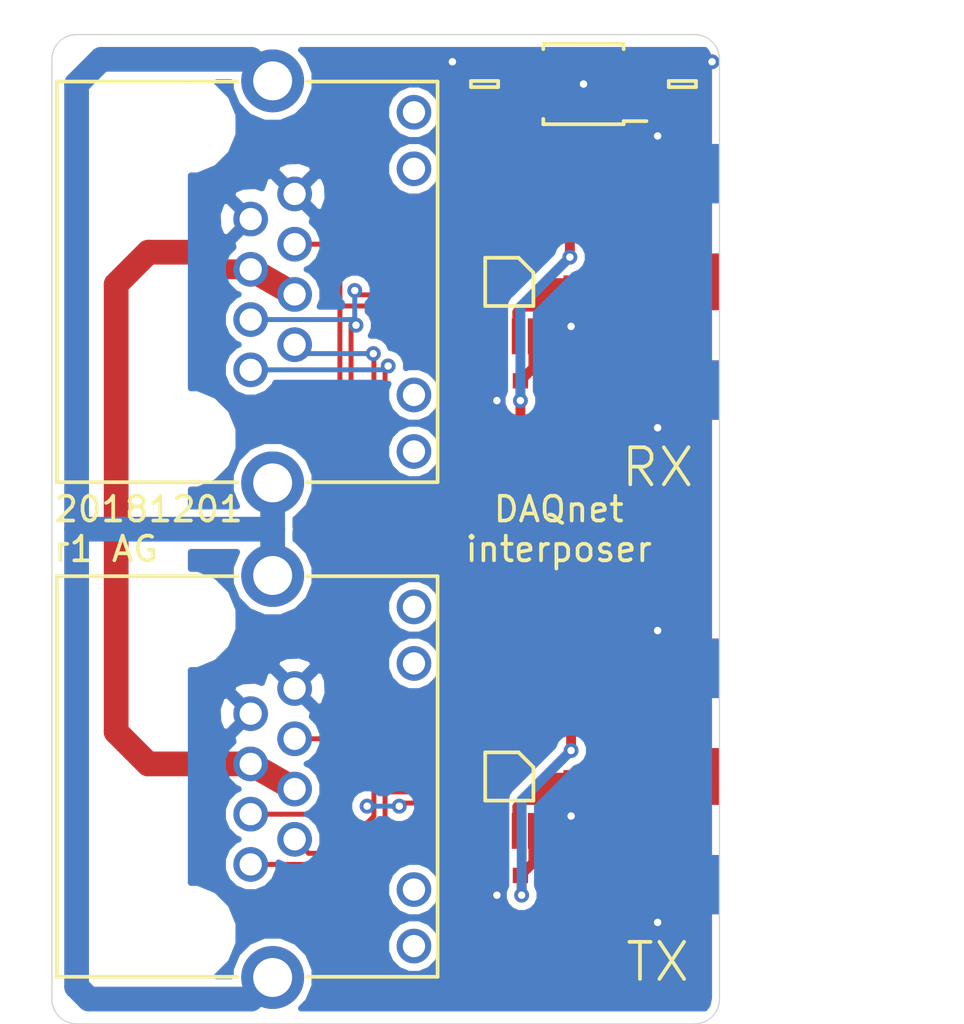
<source format=kicad_pcb>
(kicad_pcb (version 20171130) (host pcbnew 6.0.0-rc1-unknown-106eaaa~84~ubuntu18.04.1)

  (general
    (thickness 1.6)
    (drawings 12)
    (tracks 188)
    (zones 0)
    (modules 15)
    (nets 26)
  )

  (page A4)
  (layers
    (0 F.Cu signal)
    (31 B.Cu signal)
    (32 B.Adhes user)
    (33 F.Adhes user)
    (34 B.Paste user)
    (35 F.Paste user)
    (36 B.SilkS user)
    (37 F.SilkS user)
    (38 B.Mask user)
    (39 F.Mask user)
    (40 Dwgs.User user)
    (41 Cmts.User user)
    (42 Eco1.User user)
    (43 Eco2.User user)
    (44 Edge.Cuts user)
    (45 Margin user)
    (46 B.CrtYd user)
    (47 F.CrtYd user)
    (48 B.Fab user)
    (49 F.Fab user)
  )

  (setup
    (last_trace_width 0.4)
    (user_trace_width 0.15)
    (user_trace_width 0.2)
    (user_trace_width 0.4)
    (user_trace_width 0.8)
    (user_trace_width 1)
    (trace_clearance 0.15)
    (zone_clearance 0.508)
    (zone_45_only no)
    (trace_min 0.15)
    (via_size 0.8)
    (via_drill 0.4)
    (via_min_size 0.4)
    (via_min_drill 0.3)
    (user_via 0.6 0.3)
    (user_via 0.8 0.4)
    (user_via 1 0.5)
    (uvia_size 0.3)
    (uvia_drill 0.1)
    (uvias_allowed no)
    (uvia_min_size 0.2)
    (uvia_min_drill 0.1)
    (edge_width 0.05)
    (segment_width 0.2)
    (pcb_text_width 0.3)
    (pcb_text_size 1.5 1.5)
    (mod_edge_width 0.12)
    (mod_text_size 1 1)
    (mod_text_width 0.15)
    (pad_size 1.524 1.524)
    (pad_drill 0.762)
    (pad_to_mask_clearance 0.02)
    (solder_mask_min_width 0.25)
    (aux_axis_origin 0 0)
    (visible_elements FFFFFF1F)
    (pcbplotparams
      (layerselection 0x010fc_ffffffff)
      (usegerberextensions true)
      (usegerberattributes false)
      (usegerberadvancedattributes false)
      (creategerberjobfile false)
      (excludeedgelayer true)
      (linewidth 0.100000)
      (plotframeref false)
      (viasonmask false)
      (mode 1)
      (useauxorigin false)
      (hpglpennumber 1)
      (hpglpenspeed 20)
      (hpglpendiameter 15.000000)
      (psnegative false)
      (psa4output false)
      (plotreference false)
      (plotvalue false)
      (plotinvisibletext false)
      (padsonsilk false)
      (subtractmaskfromsilk false)
      (outputformat 1)
      (mirror false)
      (drillshape 0)
      (scaleselection 1)
      (outputdirectory "gerber/"))
  )

  (net 0 "")
  (net 1 GND)
  (net 2 +48V)
  (net 3 5v)
  (net 4 "Net-(D101-Pad1)")
  (net 5 "Net-(D102-Pad1)")
  (net 6 "Net-(IC101-Pad3)")
  (net 7 "Net-(IC101-Pad2)")
  (net 8 "Net-(IC102-Pad3)")
  (net 9 "Net-(IC102-Pad2)")
  (net 10 "Net-(J101-Pad12)")
  (net 11 "Net-(J101-Pad9)")
  (net 12 "Net-(J101-Pad11)")
  (net 13 "Net-(J101-Pad10)")
  (net 14 CHASSIS)
  (net 15 "Net-(J102-Pad12)")
  (net 16 "Net-(J102-Pad9)")
  (net 17 "Net-(J102-Pad11)")
  (net 18 "Net-(J102-Pad10)")
  (net 19 "Net-(U101-Pad7)")
  (net 20 "Net-(U101-Pad6)")
  (net 21 "Net-(U101-Pad3)")
  (net 22 /TX+)
  (net 23 /TX-)
  (net 24 /RX+)
  (net 25 /RX-)

  (net_class Default "This is the default net class."
    (clearance 0.15)
    (trace_width 0.15)
    (via_dia 0.8)
    (via_drill 0.4)
    (uvia_dia 0.3)
    (uvia_drill 0.1)
    (add_net +48V)
    (add_net /RX+)
    (add_net /RX-)
    (add_net /TX+)
    (add_net /TX-)
    (add_net 5v)
    (add_net CHASSIS)
    (add_net GND)
    (add_net "Net-(D101-Pad1)")
    (add_net "Net-(D102-Pad1)")
    (add_net "Net-(IC101-Pad2)")
    (add_net "Net-(IC101-Pad3)")
    (add_net "Net-(IC102-Pad2)")
    (add_net "Net-(IC102-Pad3)")
    (add_net "Net-(J101-Pad10)")
    (add_net "Net-(J101-Pad11)")
    (add_net "Net-(J101-Pad12)")
    (add_net "Net-(J101-Pad9)")
    (add_net "Net-(J102-Pad10)")
    (add_net "Net-(J102-Pad11)")
    (add_net "Net-(J102-Pad12)")
    (add_net "Net-(J102-Pad9)")
    (add_net "Net-(U101-Pad3)")
    (add_net "Net-(U101-Pad6)")
    (add_net "Net-(U101-Pad7)")
  )

  (module agg:0402 (layer F.Cu) (tedit 57654490) (tstamp 5C0304E6)
    (at 113 96.2 180)
    (path /5C03662C)
    (fp_text reference R102 (at -1.71 0 270) (layer F.Fab)
      (effects (font (size 1 1) (thickness 0.15)))
    )
    (fp_text value DNF (at 1.71 0 270) (layer F.Fab)
      (effects (font (size 1 1) (thickness 0.15)))
    )
    (fp_line (start -1.05 0.6) (end -1.05 -0.6) (layer F.CrtYd) (width 0.01))
    (fp_line (start 1.05 0.6) (end -1.05 0.6) (layer F.CrtYd) (width 0.01))
    (fp_line (start 1.05 -0.6) (end 1.05 0.6) (layer F.CrtYd) (width 0.01))
    (fp_line (start -1.05 -0.6) (end 1.05 -0.6) (layer F.CrtYd) (width 0.01))
    (fp_line (start 0.2 -0.25) (end 0.2 0.25) (layer F.Fab) (width 0.01))
    (fp_line (start -0.2 -0.25) (end -0.2 0.25) (layer F.Fab) (width 0.01))
    (fp_line (start -0.5 0.25) (end -0.5 -0.25) (layer F.Fab) (width 0.01))
    (fp_line (start 0.5 0.25) (end -0.5 0.25) (layer F.Fab) (width 0.01))
    (fp_line (start 0.5 -0.25) (end 0.5 0.25) (layer F.Fab) (width 0.01))
    (fp_line (start -0.5 -0.25) (end 0.5 -0.25) (layer F.Fab) (width 0.01))
    (pad 2 smd rect (at 0.45 0 180) (size 0.62 0.62) (layers F.Cu F.Paste F.Mask)
      (net 8 "Net-(IC102-Pad3)"))
    (pad 1 smd rect (at -0.45 0 180) (size 0.62 0.62) (layers F.Cu F.Paste F.Mask)
      (net 9 "Net-(IC102-Pad2)"))
  )

  (module agg:0402 (layer F.Cu) (tedit 57654490) (tstamp 5C0304D6)
    (at 113 116.2 180)
    (path /5C0312EA)
    (fp_text reference R101 (at -1.71 0 270) (layer F.Fab)
      (effects (font (size 1 1) (thickness 0.15)))
    )
    (fp_text value DNF (at 1.71 0 270) (layer F.Fab)
      (effects (font (size 1 1) (thickness 0.15)))
    )
    (fp_line (start -1.05 0.6) (end -1.05 -0.6) (layer F.CrtYd) (width 0.01))
    (fp_line (start 1.05 0.6) (end -1.05 0.6) (layer F.CrtYd) (width 0.01))
    (fp_line (start 1.05 -0.6) (end 1.05 0.6) (layer F.CrtYd) (width 0.01))
    (fp_line (start -1.05 -0.6) (end 1.05 -0.6) (layer F.CrtYd) (width 0.01))
    (fp_line (start 0.2 -0.25) (end 0.2 0.25) (layer F.Fab) (width 0.01))
    (fp_line (start -0.2 -0.25) (end -0.2 0.25) (layer F.Fab) (width 0.01))
    (fp_line (start -0.5 0.25) (end -0.5 -0.25) (layer F.Fab) (width 0.01))
    (fp_line (start 0.5 0.25) (end -0.5 0.25) (layer F.Fab) (width 0.01))
    (fp_line (start 0.5 -0.25) (end 0.5 0.25) (layer F.Fab) (width 0.01))
    (fp_line (start -0.5 -0.25) (end 0.5 -0.25) (layer F.Fab) (width 0.01))
    (pad 2 smd rect (at 0.45 0 180) (size 0.62 0.62) (layers F.Cu F.Paste F.Mask)
      (net 6 "Net-(IC101-Pad3)"))
    (pad 1 smd rect (at -0.45 0 180) (size 0.62 0.62) (layers F.Cu F.Paste F.Mask)
      (net 7 "Net-(IC101-Pad2)"))
  )

  (module agg:RJHSE-538X (layer F.Cu) (tedit 5BFAD08C) (tstamp 5C02E915)
    (at 100 120 270)
    (path /5C02EBFB)
    (fp_text reference J102 (at 0 -11.5 270) (layer F.Fab)
      (effects (font (size 1 1) (thickness 0.15)))
    )
    (fp_text value RJHSE-5381 (at 0 6.75 270) (layer F.Fab)
      (effects (font (size 1 1) (thickness 0.15)))
    )
    (fp_line (start 8.1 -10.1) (end -8.1 -10.1) (layer F.SilkS) (width 0.15))
    (fp_line (start 8.1 -4.8) (end 8.1 -10.1) (layer F.SilkS) (width 0.15))
    (fp_line (start 8.1 5.3) (end 8.1 -2) (layer F.SilkS) (width 0.15))
    (fp_line (start -8.1 5.3) (end 8.1 5.3) (layer F.SilkS) (width 0.15))
    (fp_line (start -8.1 -2) (end -8.1 5.3) (layer F.SilkS) (width 0.15))
    (fp_line (start -8.1 -10.1) (end -8.1 -4.8) (layer F.SilkS) (width 0.15))
    (fp_line (start -10 -10.75) (end -10 6) (layer F.CrtYd) (width 0.01))
    (fp_line (start 10 -10.75) (end -10 -10.75) (layer F.CrtYd) (width 0.01))
    (fp_line (start 10 6) (end 10 -10.75) (layer F.CrtYd) (width 0.01))
    (fp_line (start -10 6) (end 10 6) (layer F.CrtYd) (width 0.01))
    (fp_line (start -8.25 -10.25) (end 8.25 -10.25) (layer F.Fab) (width 0.01))
    (fp_line (start -8.25 5.5) (end 8.25 5.5) (layer F.Fab) (width 0.01))
    (fp_line (start 8.25 -10.25) (end 8.25 5.5) (layer F.Fab) (width 0.01))
    (fp_line (start -8.25 -10.25) (end -8.25 5.5) (layer F.Fab) (width 0.01))
    (pad 8 thru_hole circle (at -3.556 -4.318 270) (size 1.4 1.4) (drill 0.9) (layers *.Cu *.Mask)
      (net 1 GND))
    (pad 6 thru_hole circle (at -1.524 -4.318 270) (size 1.4 1.4) (drill 0.9) (layers *.Cu *.Mask)
      (net 25 /RX-))
    (pad 4 thru_hole circle (at 0.508 -4.318 270) (size 1.4 1.4) (drill 0.9) (layers *.Cu *.Mask)
      (net 2 +48V))
    (pad 2 thru_hole circle (at 2.54 -4.318 270) (size 1.4 1.4) (drill 0.9) (layers *.Cu *.Mask)
      (net 23 /TX-))
    (pad 7 thru_hole circle (at -2.54 -2.54 270) (size 1.4 1.4) (drill 0.9) (layers *.Cu *.Mask)
      (net 1 GND))
    (pad 5 thru_hole circle (at -0.508 -2.54 270) (size 1.4 1.4) (drill 0.9) (layers *.Cu *.Mask)
      (net 2 +48V))
    (pad 3 thru_hole circle (at 1.524 -2.54 270) (size 1.4 1.4) (drill 0.9) (layers *.Cu *.Mask)
      (net 24 /RX+))
    (pad 1 thru_hole circle (at 3.556 -2.54 270) (size 1.4 1.4) (drill 0.9) (layers *.Cu *.Mask)
      (net 22 /TX+))
    (pad 12 thru_hole circle (at -6.858 -9.144 270) (size 1.4 1.4) (drill 0.9) (layers *.Cu *.Mask)
      (net 15 "Net-(J102-Pad12)"))
    (pad 9 thru_hole circle (at 6.858 -9.144 270) (size 1.4 1.4) (drill 0.9) (layers *.Cu *.Mask)
      (net 16 "Net-(J102-Pad9)"))
    (pad 11 thru_hole circle (at -4.572 -9.144 270) (size 1.4 1.4) (drill 0.9) (layers *.Cu *.Mask)
      (net 17 "Net-(J102-Pad11)"))
    (pad 10 thru_hole circle (at 4.572 -9.144 270) (size 1.4 1.4) (drill 0.9) (layers *.Cu *.Mask)
      (net 18 "Net-(J102-Pad10)"))
    (pad "" np_thru_hole circle (at -6.35 0 270) (size 3.2512 3.2512) (drill 3.2512) (layers *.Cu *.Mask))
    (pad "" np_thru_hole circle (at 6.35 0 270) (size 3.2512 3.2512) (drill 3.2512) (layers *.Cu *.Mask))
    (pad S1 thru_hole circle (at -8.128 -3.429 270) (size 2.54 2.54) (drill 1.5748) (layers *.Cu *.Mask)
      (net 14 CHASSIS))
    (pad S2 thru_hole circle (at 8.128 -3.429 270) (size 2.54 2.54) (drill 1.5748) (layers *.Cu *.Mask)
      (net 14 CHASSIS))
    (model ${KISYS3DMOD}/Connector_RJ.3dshapes/RJ45_Amphenol_RJHSE538X.step
      (offset (xyz 3.5 2.5 0))
      (scale (xyz 1 1 1))
      (rotate (xyz 0 0 180))
    )
  )

  (module agg:0402 (layer F.Cu) (tedit 57654490) (tstamp 5C02F885)
    (at 113 104 180)
    (path /5C0A219C)
    (fp_text reference C104 (at -1.71 0 270) (layer F.Fab)
      (effects (font (size 1 1) (thickness 0.15)))
    )
    (fp_text value 100n (at 1.71 0 270) (layer F.Fab)
      (effects (font (size 1 1) (thickness 0.15)))
    )
    (fp_line (start -1.05 0.6) (end -1.05 -0.6) (layer F.CrtYd) (width 0.01))
    (fp_line (start 1.05 0.6) (end -1.05 0.6) (layer F.CrtYd) (width 0.01))
    (fp_line (start 1.05 -0.6) (end 1.05 0.6) (layer F.CrtYd) (width 0.01))
    (fp_line (start -1.05 -0.6) (end 1.05 -0.6) (layer F.CrtYd) (width 0.01))
    (fp_line (start 0.2 -0.25) (end 0.2 0.25) (layer F.Fab) (width 0.01))
    (fp_line (start -0.2 -0.25) (end -0.2 0.25) (layer F.Fab) (width 0.01))
    (fp_line (start -0.5 0.25) (end -0.5 -0.25) (layer F.Fab) (width 0.01))
    (fp_line (start 0.5 0.25) (end -0.5 0.25) (layer F.Fab) (width 0.01))
    (fp_line (start 0.5 -0.25) (end 0.5 0.25) (layer F.Fab) (width 0.01))
    (fp_line (start -0.5 -0.25) (end 0.5 -0.25) (layer F.Fab) (width 0.01))
    (pad 2 smd rect (at 0.45 0 180) (size 0.62 0.62) (layers F.Cu F.Paste F.Mask)
      (net 1 GND))
    (pad 1 smd rect (at -0.45 0 180) (size 0.62 0.62) (layers F.Cu F.Paste F.Mask)
      (net 3 5v))
    (model ${KISYS3DMOD}/Capacitor_SMD.3dshapes/C_0402_1005Metric.wrl
      (at (xyz 0 0 0))
      (scale (xyz 1 1 1))
      (rotate (xyz 0 0 0))
    )
  )

  (module agg:0402 (layer F.Cu) (tedit 57654490) (tstamp 5C02F875)
    (at 113 124 180)
    (path /5C09D320)
    (fp_text reference C103 (at -1.71 0 270) (layer F.Fab)
      (effects (font (size 1 1) (thickness 0.15)))
    )
    (fp_text value 100n (at 1.71 0 270) (layer F.Fab)
      (effects (font (size 1 1) (thickness 0.15)))
    )
    (fp_line (start -1.05 0.6) (end -1.05 -0.6) (layer F.CrtYd) (width 0.01))
    (fp_line (start 1.05 0.6) (end -1.05 0.6) (layer F.CrtYd) (width 0.01))
    (fp_line (start 1.05 -0.6) (end 1.05 0.6) (layer F.CrtYd) (width 0.01))
    (fp_line (start -1.05 -0.6) (end 1.05 -0.6) (layer F.CrtYd) (width 0.01))
    (fp_line (start 0.2 -0.25) (end 0.2 0.25) (layer F.Fab) (width 0.01))
    (fp_line (start -0.2 -0.25) (end -0.2 0.25) (layer F.Fab) (width 0.01))
    (fp_line (start -0.5 0.25) (end -0.5 -0.25) (layer F.Fab) (width 0.01))
    (fp_line (start 0.5 0.25) (end -0.5 0.25) (layer F.Fab) (width 0.01))
    (fp_line (start 0.5 -0.25) (end 0.5 0.25) (layer F.Fab) (width 0.01))
    (fp_line (start -0.5 -0.25) (end 0.5 -0.25) (layer F.Fab) (width 0.01))
    (pad 2 smd rect (at 0.45 0 180) (size 0.62 0.62) (layers F.Cu F.Paste F.Mask)
      (net 1 GND))
    (pad 1 smd rect (at -0.45 0 180) (size 0.62 0.62) (layers F.Cu F.Paste F.Mask)
      (net 3 5v))
    (model ${KISYS3DMOD}/Capacitor_SMD.3dshapes/C_0402_1005Metric.wrl
      (at (xyz 0 0 0))
      (scale (xyz 1 1 1))
      (rotate (xyz 0 0 0))
    )
  )

  (module Package_SO:MSOP-8-1EP_3x3mm_P0.65mm_EP1.68x1.88mm (layer F.Cu) (tedit 5A6725D7) (tstamp 5C02F327)
    (at 116 92 180)
    (descr "MS8E Package; 8-Lead Plastic MSOP, Exposed Die Pad (see Linear Technology 05081662_K_MS8E.pdf)")
    (tags "SSOP 0.65")
    (path /5C068E47)
    (attr smd)
    (fp_text reference U101 (at 0 -2.55 180) (layer F.Fab)
      (effects (font (size 1 1) (thickness 0.15)))
    )
    (fp_text value LT3010-5 (at 0 2.55 180) (layer F.Fab)
      (effects (font (size 1 1) (thickness 0.15)))
    )
    (fp_text user %R (at 0 0 180) (layer F.Fab)
      (effects (font (size 0.6 0.6) (thickness 0.09)))
    )
    (fp_line (start -1.625 -1.5) (end -2.55 -1.5) (layer F.SilkS) (width 0.15))
    (fp_line (start -1.625 1.625) (end 1.625 1.625) (layer F.SilkS) (width 0.15))
    (fp_line (start -1.625 -1.625) (end 1.625 -1.625) (layer F.SilkS) (width 0.15))
    (fp_line (start -1.625 1.625) (end -1.625 1.41) (layer F.SilkS) (width 0.15))
    (fp_line (start 1.625 1.625) (end 1.625 1.41) (layer F.SilkS) (width 0.15))
    (fp_line (start 1.625 -1.625) (end 1.625 -1.41) (layer F.SilkS) (width 0.15))
    (fp_line (start -1.625 -1.625) (end -1.625 -1.5) (layer F.SilkS) (width 0.15))
    (fp_line (start -2.8 1.8) (end 2.8 1.8) (layer F.CrtYd) (width 0.05))
    (fp_line (start -2.8 -1.8) (end 2.8 -1.8) (layer F.CrtYd) (width 0.05))
    (fp_line (start 2.8 -1.8) (end 2.8 1.8) (layer F.CrtYd) (width 0.05))
    (fp_line (start -2.8 -1.8) (end -2.8 1.8) (layer F.CrtYd) (width 0.05))
    (fp_line (start -1.5 -0.5) (end -0.5 -1.5) (layer F.Fab) (width 0.15))
    (fp_line (start -1.5 1.5) (end -1.5 -0.5) (layer F.Fab) (width 0.15))
    (fp_line (start 1.5 1.5) (end -1.5 1.5) (layer F.Fab) (width 0.15))
    (fp_line (start 1.5 -1.5) (end 1.5 1.5) (layer F.Fab) (width 0.15))
    (fp_line (start -0.5 -1.5) (end 1.5 -1.5) (layer F.Fab) (width 0.15))
    (pad "" smd rect (at 0.42 -0.47 180) (size 0.66 0.76) (layers F.Paste))
    (pad "" smd rect (at -0.42 -0.47 180) (size 0.66 0.76) (layers F.Paste))
    (pad "" smd rect (at -0.42 0.47 180) (size 0.66 0.76) (layers F.Paste))
    (pad 9 smd rect (at 0 0 180) (size 1.68 1.88) (layers F.Cu F.Mask)
      (net 1 GND))
    (pad "" smd rect (at 0.42 0.47 180) (size 0.66 0.76) (layers F.Paste))
    (pad 8 smd rect (at 2.105 -0.975 180) (size 0.89 0.42) (layers F.Cu F.Paste F.Mask)
      (net 2 +48V))
    (pad 7 smd rect (at 2.105 -0.325 180) (size 0.89 0.42) (layers F.Cu F.Paste F.Mask)
      (net 19 "Net-(U101-Pad7)"))
    (pad 6 smd rect (at 2.105 0.325 180) (size 0.89 0.42) (layers F.Cu F.Paste F.Mask)
      (net 20 "Net-(U101-Pad6)"))
    (pad 5 smd rect (at 2.105 0.975 180) (size 0.89 0.42) (layers F.Cu F.Paste F.Mask)
      (net 2 +48V))
    (pad 4 smd rect (at -2.105 0.975 180) (size 0.89 0.42) (layers F.Cu F.Paste F.Mask)
      (net 1 GND))
    (pad 3 smd rect (at -2.105 0.325 180) (size 0.89 0.42) (layers F.Cu F.Paste F.Mask)
      (net 21 "Net-(U101-Pad3)"))
    (pad 2 smd rect (at -2.105 -0.325 180) (size 0.89 0.42) (layers F.Cu F.Paste F.Mask)
      (net 3 5v))
    (pad 1 smd rect (at -2.105 -0.975 180) (size 0.89 0.42) (layers F.Cu F.Paste F.Mask)
      (net 3 5v))
    (model ${KISYS3DMOD}/Package_SO.3dshapes/MSOP-8-1EP_3x3mm_P0.65mm_EP1.68x1.88mm.wrl
      (at (xyz 0 0 0))
      (scale (xyz 1 1 1))
      (rotate (xyz 0 0 0))
    )
  )

  (module agg:SMA-EDGE (layer F.Cu) (tedit 574B60F3) (tstamp 5C02E95D)
    (at 119 100 270)
    (path /5C03516A)
    (fp_text reference P102 (at -6.5 0) (layer F.Fab)
      (effects (font (size 1 1) (thickness 0.15)))
    )
    (fp_text value COAX (at 6.65 0) (layer F.Fab)
      (effects (font (size 1 1) (thickness 0.15)))
    )
    (fp_line (start -4.75 -2.5) (end 4.75 -2.5) (layer F.Fab) (width 0.01))
    (fp_line (start -4.75 -2.5) (end -4.75 -4.15) (layer F.Fab) (width 0.01))
    (fp_line (start -4.75 -4.15) (end 4.75 -4.15) (layer F.Fab) (width 0.01))
    (fp_line (start 4.75 -4.15) (end 4.75 -2.5) (layer F.Fab) (width 0.01))
    (fp_line (start -0.4 -2.5) (end -0.4 2.25) (layer F.Fab) (width 0.01))
    (fp_line (start -0.4 2.25) (end 0.4 2.25) (layer F.Fab) (width 0.01))
    (fp_line (start 0.4 2.25) (end 0.4 -2.5) (layer F.Fab) (width 0.01))
    (fp_line (start -4.75 -2.5) (end -4.75 2.25) (layer F.Fab) (width 0.01))
    (fp_line (start -4.75 2.25) (end -3.75 2.25) (layer F.Fab) (width 0.01))
    (fp_line (start -3.75 2.25) (end -3.75 -2.5) (layer F.Fab) (width 0.01))
    (fp_line (start 4.75 -2.5) (end 4.75 2.25) (layer F.Fab) (width 0.01))
    (fp_line (start 4.75 2.25) (end 3.75 2.25) (layer F.Fab) (width 0.01))
    (fp_line (start 3.75 2.25) (end 3.75 -2.5) (layer F.Fab) (width 0.01))
    (fp_line (start -2.5 -4.15) (end -2.5 -6.15) (layer F.Fab) (width 0.01))
    (fp_line (start 2.5 -6.15) (end 2.5 -4.15) (layer F.Fab) (width 0.01))
    (fp_line (start -3.25 -6.15) (end -3.25 -12.15) (layer F.Fab) (width 0.01))
    (fp_line (start -3.25 -12.15) (end 3.25 -12.15) (layer F.Fab) (width 0.01))
    (fp_line (start 3.25 -12.15) (end 3.25 -6.15) (layer F.Fab) (width 0.01))
    (fp_line (start 3.25 -6.15) (end -3.25 -6.15) (layer F.Fab) (width 0.01))
    (fp_line (start 3.25 -10.5) (end -3.25 -10) (layer F.Fab) (width 0.01))
    (fp_line (start 3.25 -9.5) (end -3.25 -9) (layer F.Fab) (width 0.01))
    (fp_line (start 3.25 -8.5) (end -3.25 -8) (layer F.Fab) (width 0.01))
    (fp_line (start 3.25 -7.5) (end -3.25 -7) (layer F.Fab) (width 0.01))
    (fp_line (start -5.85 2.75) (end 5.85 2.75) (layer F.CrtYd) (width 0.01))
    (fp_line (start 5.85 2.75) (end 5.85 -12.4) (layer F.CrtYd) (width 0.01))
    (fp_line (start 5.85 -12.4) (end -5.85 -12.4) (layer F.CrtYd) (width 0.01))
    (fp_line (start -5.85 -12.4) (end -5.85 2.75) (layer F.CrtYd) (width 0.01))
    (pad 2 smd rect (at 4.375 0 270) (size 2.4 5) (layers F.Cu F.Paste F.Mask)
      (net 1 GND) (zone_connect 2))
    (pad 2 smd rect (at -4.375 0 270) (size 2.4 5) (layers F.Cu F.Paste F.Mask)
      (net 1 GND) (zone_connect 2))
    (pad 2 smd rect (at -4.375 0 270) (size 2.4 5) (layers B.Cu B.Paste B.Mask)
      (net 1 GND) (zone_connect 2))
    (pad 2 smd rect (at 4.375 0 270) (size 2.4 5) (layers B.Cu B.Paste B.Mask)
      (net 1 GND) (zone_connect 2))
    (pad 1 smd rect (at 0 0 270) (size 2.3 5) (layers F.Cu F.Paste F.Mask)
      (net 5 "Net-(D102-Pad1)") (zone_connect 2))
  )

  (module agg:SMA-EDGE (layer F.Cu) (tedit 574B60F3) (tstamp 5C02E939)
    (at 119 120 270)
    (path /5C03585A)
    (fp_text reference P101 (at -6.5 0) (layer F.Fab)
      (effects (font (size 1 1) (thickness 0.15)))
    )
    (fp_text value COAX (at 6.65 0) (layer F.Fab)
      (effects (font (size 1 1) (thickness 0.15)))
    )
    (fp_line (start -4.75 -2.5) (end 4.75 -2.5) (layer F.Fab) (width 0.01))
    (fp_line (start -4.75 -2.5) (end -4.75 -4.15) (layer F.Fab) (width 0.01))
    (fp_line (start -4.75 -4.15) (end 4.75 -4.15) (layer F.Fab) (width 0.01))
    (fp_line (start 4.75 -4.15) (end 4.75 -2.5) (layer F.Fab) (width 0.01))
    (fp_line (start -0.4 -2.5) (end -0.4 2.25) (layer F.Fab) (width 0.01))
    (fp_line (start -0.4 2.25) (end 0.4 2.25) (layer F.Fab) (width 0.01))
    (fp_line (start 0.4 2.25) (end 0.4 -2.5) (layer F.Fab) (width 0.01))
    (fp_line (start -4.75 -2.5) (end -4.75 2.25) (layer F.Fab) (width 0.01))
    (fp_line (start -4.75 2.25) (end -3.75 2.25) (layer F.Fab) (width 0.01))
    (fp_line (start -3.75 2.25) (end -3.75 -2.5) (layer F.Fab) (width 0.01))
    (fp_line (start 4.75 -2.5) (end 4.75 2.25) (layer F.Fab) (width 0.01))
    (fp_line (start 4.75 2.25) (end 3.75 2.25) (layer F.Fab) (width 0.01))
    (fp_line (start 3.75 2.25) (end 3.75 -2.5) (layer F.Fab) (width 0.01))
    (fp_line (start -2.5 -4.15) (end -2.5 -6.15) (layer F.Fab) (width 0.01))
    (fp_line (start 2.5 -6.15) (end 2.5 -4.15) (layer F.Fab) (width 0.01))
    (fp_line (start -3.25 -6.15) (end -3.25 -12.15) (layer F.Fab) (width 0.01))
    (fp_line (start -3.25 -12.15) (end 3.25 -12.15) (layer F.Fab) (width 0.01))
    (fp_line (start 3.25 -12.15) (end 3.25 -6.15) (layer F.Fab) (width 0.01))
    (fp_line (start 3.25 -6.15) (end -3.25 -6.15) (layer F.Fab) (width 0.01))
    (fp_line (start 3.25 -10.5) (end -3.25 -10) (layer F.Fab) (width 0.01))
    (fp_line (start 3.25 -9.5) (end -3.25 -9) (layer F.Fab) (width 0.01))
    (fp_line (start 3.25 -8.5) (end -3.25 -8) (layer F.Fab) (width 0.01))
    (fp_line (start 3.25 -7.5) (end -3.25 -7) (layer F.Fab) (width 0.01))
    (fp_line (start -5.85 2.75) (end 5.85 2.75) (layer F.CrtYd) (width 0.01))
    (fp_line (start 5.85 2.75) (end 5.85 -12.4) (layer F.CrtYd) (width 0.01))
    (fp_line (start 5.85 -12.4) (end -5.85 -12.4) (layer F.CrtYd) (width 0.01))
    (fp_line (start -5.85 -12.4) (end -5.85 2.75) (layer F.CrtYd) (width 0.01))
    (pad 2 smd rect (at 4.375 0 270) (size 2.4 5) (layers F.Cu F.Paste F.Mask)
      (net 1 GND) (zone_connect 2))
    (pad 2 smd rect (at -4.375 0 270) (size 2.4 5) (layers F.Cu F.Paste F.Mask)
      (net 1 GND) (zone_connect 2))
    (pad 2 smd rect (at -4.375 0 270) (size 2.4 5) (layers B.Cu B.Paste B.Mask)
      (net 1 GND) (zone_connect 2))
    (pad 2 smd rect (at 4.375 0 270) (size 2.4 5) (layers B.Cu B.Paste B.Mask)
      (net 1 GND) (zone_connect 2))
    (pad 1 smd rect (at 0 0 270) (size 2.3 5) (layers F.Cu F.Paste F.Mask)
      (net 4 "Net-(D101-Pad1)") (zone_connect 2))
  )

  (module agg:RJHSE-538X (layer F.Cu) (tedit 5BFAD08C) (tstamp 5C02E8F3)
    (at 100 100 270)
    (path /5C02DBD9)
    (fp_text reference J101 (at 0 -11.5 270) (layer F.Fab)
      (effects (font (size 1 1) (thickness 0.15)))
    )
    (fp_text value RJHSE-5381 (at 0 6.75 270) (layer F.Fab)
      (effects (font (size 1 1) (thickness 0.15)))
    )
    (fp_line (start 8.1 -10.1) (end -8.1 -10.1) (layer F.SilkS) (width 0.15))
    (fp_line (start 8.1 -4.8) (end 8.1 -10.1) (layer F.SilkS) (width 0.15))
    (fp_line (start 8.1 5.3) (end 8.1 -2) (layer F.SilkS) (width 0.15))
    (fp_line (start -8.1 5.3) (end 8.1 5.3) (layer F.SilkS) (width 0.15))
    (fp_line (start -8.1 -2) (end -8.1 5.3) (layer F.SilkS) (width 0.15))
    (fp_line (start -8.1 -10.1) (end -8.1 -4.8) (layer F.SilkS) (width 0.15))
    (fp_line (start -10 -10.75) (end -10 6) (layer F.CrtYd) (width 0.01))
    (fp_line (start 10 -10.75) (end -10 -10.75) (layer F.CrtYd) (width 0.01))
    (fp_line (start 10 6) (end 10 -10.75) (layer F.CrtYd) (width 0.01))
    (fp_line (start -10 6) (end 10 6) (layer F.CrtYd) (width 0.01))
    (fp_line (start -8.25 -10.25) (end 8.25 -10.25) (layer F.Fab) (width 0.01))
    (fp_line (start -8.25 5.5) (end 8.25 5.5) (layer F.Fab) (width 0.01))
    (fp_line (start 8.25 -10.25) (end 8.25 5.5) (layer F.Fab) (width 0.01))
    (fp_line (start -8.25 -10.25) (end -8.25 5.5) (layer F.Fab) (width 0.01))
    (pad 8 thru_hole circle (at -3.556 -4.318 270) (size 1.4 1.4) (drill 0.9) (layers *.Cu *.Mask)
      (net 1 GND))
    (pad 6 thru_hole circle (at -1.524 -4.318 270) (size 1.4 1.4) (drill 0.9) (layers *.Cu *.Mask)
      (net 25 /RX-))
    (pad 4 thru_hole circle (at 0.508 -4.318 270) (size 1.4 1.4) (drill 0.9) (layers *.Cu *.Mask)
      (net 2 +48V))
    (pad 2 thru_hole circle (at 2.54 -4.318 270) (size 1.4 1.4) (drill 0.9) (layers *.Cu *.Mask)
      (net 23 /TX-))
    (pad 7 thru_hole circle (at -2.54 -2.54 270) (size 1.4 1.4) (drill 0.9) (layers *.Cu *.Mask)
      (net 1 GND))
    (pad 5 thru_hole circle (at -0.508 -2.54 270) (size 1.4 1.4) (drill 0.9) (layers *.Cu *.Mask)
      (net 2 +48V))
    (pad 3 thru_hole circle (at 1.524 -2.54 270) (size 1.4 1.4) (drill 0.9) (layers *.Cu *.Mask)
      (net 24 /RX+))
    (pad 1 thru_hole circle (at 3.556 -2.54 270) (size 1.4 1.4) (drill 0.9) (layers *.Cu *.Mask)
      (net 22 /TX+))
    (pad 12 thru_hole circle (at -6.858 -9.144 270) (size 1.4 1.4) (drill 0.9) (layers *.Cu *.Mask)
      (net 10 "Net-(J101-Pad12)"))
    (pad 9 thru_hole circle (at 6.858 -9.144 270) (size 1.4 1.4) (drill 0.9) (layers *.Cu *.Mask)
      (net 11 "Net-(J101-Pad9)"))
    (pad 11 thru_hole circle (at -4.572 -9.144 270) (size 1.4 1.4) (drill 0.9) (layers *.Cu *.Mask)
      (net 12 "Net-(J101-Pad11)"))
    (pad 10 thru_hole circle (at 4.572 -9.144 270) (size 1.4 1.4) (drill 0.9) (layers *.Cu *.Mask)
      (net 13 "Net-(J101-Pad10)"))
    (pad "" np_thru_hole circle (at -6.35 0 270) (size 3.2512 3.2512) (drill 3.2512) (layers *.Cu *.Mask))
    (pad "" np_thru_hole circle (at 6.35 0 270) (size 3.2512 3.2512) (drill 3.2512) (layers *.Cu *.Mask))
    (pad S1 thru_hole circle (at -8.128 -3.429 270) (size 2.54 2.54) (drill 1.5748) (layers *.Cu *.Mask)
      (net 14 CHASSIS))
    (pad S2 thru_hole circle (at 8.128 -3.429 270) (size 2.54 2.54) (drill 1.5748) (layers *.Cu *.Mask)
      (net 14 CHASSIS))
    (model ${KISYS3DMOD}/Connector_RJ.3dshapes/RJ45_Amphenol_RJHSE538X.step
      (offset (xyz 3.5 2.5 0))
      (scale (xyz 1 1 1))
      (rotate (xyz 0 0 180))
    )
  )

  (module agg:MSOP-8 (layer F.Cu) (tedit 57656747) (tstamp 5C02E8D1)
    (at 113 100 270)
    (path /5C06787C)
    (fp_text reference IC102 (at 0 -2.5 270) (layer F.Fab)
      (effects (font (size 1 1) (thickness 0.15)))
    )
    (fp_text value AD8226ARMZ (at 0 2.5 270) (layer F.Fab)
      (effects (font (size 1 1) (thickness 0.15)))
    )
    (fp_line (start -3.2 1.8) (end -3.2 -1.8) (layer F.CrtYd) (width 0.01))
    (fp_line (start 3.2 1.8) (end -3.2 1.8) (layer F.CrtYd) (width 0.01))
    (fp_line (start 3.2 -1.8) (end 3.2 1.8) (layer F.CrtYd) (width 0.01))
    (fp_line (start -3.2 -1.8) (end 3.2 -1.8) (layer F.CrtYd) (width 0.01))
    (fp_line (start -0.975 -0.375) (end -0.375 -0.975) (layer F.SilkS) (width 0.15))
    (fp_line (start -0.975 0.975) (end -0.975 -0.375) (layer F.SilkS) (width 0.15))
    (fp_line (start 0.975 0.975) (end -0.975 0.975) (layer F.SilkS) (width 0.15))
    (fp_line (start 0.975 -0.975) (end 0.975 0.975) (layer F.SilkS) (width 0.15))
    (fp_line (start -0.375 -0.975) (end 0.975 -0.975) (layer F.SilkS) (width 0.15))
    (fp_line (start 2.55 -0.785) (end 1.55 -0.785) (layer F.Fab) (width 0.01))
    (fp_line (start 2.55 -1.165) (end 2.55 -0.785) (layer F.Fab) (width 0.01))
    (fp_line (start 1.55 -1.165) (end 2.55 -1.165) (layer F.Fab) (width 0.01))
    (fp_line (start 2.55 -0.135) (end 1.55 -0.135) (layer F.Fab) (width 0.01))
    (fp_line (start 2.55 -0.515) (end 2.55 -0.135) (layer F.Fab) (width 0.01))
    (fp_line (start 1.55 -0.515) (end 2.55 -0.515) (layer F.Fab) (width 0.01))
    (fp_line (start 2.55 0.515) (end 1.55 0.515) (layer F.Fab) (width 0.01))
    (fp_line (start 2.55 0.135) (end 2.55 0.515) (layer F.Fab) (width 0.01))
    (fp_line (start 1.55 0.135) (end 2.55 0.135) (layer F.Fab) (width 0.01))
    (fp_line (start 2.55 1.165) (end 1.55 1.165) (layer F.Fab) (width 0.01))
    (fp_line (start 2.55 0.785) (end 2.55 1.165) (layer F.Fab) (width 0.01))
    (fp_line (start 1.55 0.785) (end 2.55 0.785) (layer F.Fab) (width 0.01))
    (fp_line (start -2.55 1.165) (end -2.55 0.785) (layer F.Fab) (width 0.01))
    (fp_line (start -1.55 1.165) (end -2.55 1.165) (layer F.Fab) (width 0.01))
    (fp_line (start -2.55 0.785) (end -1.55 0.785) (layer F.Fab) (width 0.01))
    (fp_line (start -2.55 0.515) (end -2.55 0.135) (layer F.Fab) (width 0.01))
    (fp_line (start -1.55 0.515) (end -2.55 0.515) (layer F.Fab) (width 0.01))
    (fp_line (start -2.55 0.135) (end -1.55 0.135) (layer F.Fab) (width 0.01))
    (fp_line (start -2.55 -0.135) (end -2.55 -0.515) (layer F.Fab) (width 0.01))
    (fp_line (start -1.55 -0.135) (end -2.55 -0.135) (layer F.Fab) (width 0.01))
    (fp_line (start -2.55 -0.515) (end -1.55 -0.515) (layer F.Fab) (width 0.01))
    (fp_line (start -2.55 -0.785) (end -2.55 -1.165) (layer F.Fab) (width 0.01))
    (fp_line (start -1.55 -0.785) (end -2.55 -0.785) (layer F.Fab) (width 0.01))
    (fp_line (start -2.55 -1.165) (end -1.55 -1.165) (layer F.Fab) (width 0.01))
    (fp_circle (center -0.75 -0.75) (end -0.75 -0.35) (layer F.Fab) (width 0.01))
    (fp_line (start -1.55 1.55) (end -1.55 -1.55) (layer F.Fab) (width 0.01))
    (fp_line (start 1.55 1.55) (end -1.55 1.55) (layer F.Fab) (width 0.01))
    (fp_line (start 1.55 -1.55) (end 1.55 1.55) (layer F.Fab) (width 0.01))
    (fp_line (start -1.55 -1.55) (end 1.55 -1.55) (layer F.Fab) (width 0.01))
    (pad 8 smd rect (at 2.2 -0.975 270) (size 1.45 0.45) (layers F.Cu F.Paste F.Mask)
      (net 3 5v))
    (pad 7 smd rect (at 2.2 -0.325 270) (size 1.45 0.45) (layers F.Cu F.Paste F.Mask)
      (net 5 "Net-(D102-Pad1)"))
    (pad 6 smd rect (at 2.2 0.325 270) (size 1.45 0.45) (layers F.Cu F.Paste F.Mask)
      (net 1 GND))
    (pad 5 smd rect (at 2.2 0.975 270) (size 1.45 0.45) (layers F.Cu F.Paste F.Mask)
      (net 1 GND))
    (pad 4 smd rect (at -2.2 0.975 270) (size 1.45 0.45) (layers F.Cu F.Paste F.Mask)
      (net 24 /RX+))
    (pad 3 smd rect (at -2.2 0.325 270) (size 1.45 0.45) (layers F.Cu F.Paste F.Mask)
      (net 8 "Net-(IC102-Pad3)"))
    (pad 2 smd rect (at -2.2 -0.325 270) (size 1.45 0.45) (layers F.Cu F.Paste F.Mask)
      (net 9 "Net-(IC102-Pad2)"))
    (pad 1 smd rect (at -2.2 -0.975 270) (size 1.45 0.45) (layers F.Cu F.Paste F.Mask)
      (net 25 /RX-))
    (model ${KISYS3DMOD}/Package_SO.3dshapes/MSOP-8-1EP_3x3mm_P0.65mm_EP1.68x1.88mm.wrl
      (at (xyz 0 0 0))
      (scale (xyz 1 1 1))
      (rotate (xyz 0 0 0))
    )
  )

  (module agg:MSOP-8 (layer F.Cu) (tedit 57656747) (tstamp 5C02E89F)
    (at 113 120 270)
    (path /5C034410)
    (fp_text reference IC101 (at 0 -2.5 270) (layer F.Fab)
      (effects (font (size 1 1) (thickness 0.15)))
    )
    (fp_text value AD8226ARMZ (at 0 2.5 270) (layer F.Fab)
      (effects (font (size 1 1) (thickness 0.15)))
    )
    (fp_line (start -3.2 1.8) (end -3.2 -1.8) (layer F.CrtYd) (width 0.01))
    (fp_line (start 3.2 1.8) (end -3.2 1.8) (layer F.CrtYd) (width 0.01))
    (fp_line (start 3.2 -1.8) (end 3.2 1.8) (layer F.CrtYd) (width 0.01))
    (fp_line (start -3.2 -1.8) (end 3.2 -1.8) (layer F.CrtYd) (width 0.01))
    (fp_line (start -0.975 -0.375) (end -0.375 -0.975) (layer F.SilkS) (width 0.15))
    (fp_line (start -0.975 0.975) (end -0.975 -0.375) (layer F.SilkS) (width 0.15))
    (fp_line (start 0.975 0.975) (end -0.975 0.975) (layer F.SilkS) (width 0.15))
    (fp_line (start 0.975 -0.975) (end 0.975 0.975) (layer F.SilkS) (width 0.15))
    (fp_line (start -0.375 -0.975) (end 0.975 -0.975) (layer F.SilkS) (width 0.15))
    (fp_line (start 2.55 -0.785) (end 1.55 -0.785) (layer F.Fab) (width 0.01))
    (fp_line (start 2.55 -1.165) (end 2.55 -0.785) (layer F.Fab) (width 0.01))
    (fp_line (start 1.55 -1.165) (end 2.55 -1.165) (layer F.Fab) (width 0.01))
    (fp_line (start 2.55 -0.135) (end 1.55 -0.135) (layer F.Fab) (width 0.01))
    (fp_line (start 2.55 -0.515) (end 2.55 -0.135) (layer F.Fab) (width 0.01))
    (fp_line (start 1.55 -0.515) (end 2.55 -0.515) (layer F.Fab) (width 0.01))
    (fp_line (start 2.55 0.515) (end 1.55 0.515) (layer F.Fab) (width 0.01))
    (fp_line (start 2.55 0.135) (end 2.55 0.515) (layer F.Fab) (width 0.01))
    (fp_line (start 1.55 0.135) (end 2.55 0.135) (layer F.Fab) (width 0.01))
    (fp_line (start 2.55 1.165) (end 1.55 1.165) (layer F.Fab) (width 0.01))
    (fp_line (start 2.55 0.785) (end 2.55 1.165) (layer F.Fab) (width 0.01))
    (fp_line (start 1.55 0.785) (end 2.55 0.785) (layer F.Fab) (width 0.01))
    (fp_line (start -2.55 1.165) (end -2.55 0.785) (layer F.Fab) (width 0.01))
    (fp_line (start -1.55 1.165) (end -2.55 1.165) (layer F.Fab) (width 0.01))
    (fp_line (start -2.55 0.785) (end -1.55 0.785) (layer F.Fab) (width 0.01))
    (fp_line (start -2.55 0.515) (end -2.55 0.135) (layer F.Fab) (width 0.01))
    (fp_line (start -1.55 0.515) (end -2.55 0.515) (layer F.Fab) (width 0.01))
    (fp_line (start -2.55 0.135) (end -1.55 0.135) (layer F.Fab) (width 0.01))
    (fp_line (start -2.55 -0.135) (end -2.55 -0.515) (layer F.Fab) (width 0.01))
    (fp_line (start -1.55 -0.135) (end -2.55 -0.135) (layer F.Fab) (width 0.01))
    (fp_line (start -2.55 -0.515) (end -1.55 -0.515) (layer F.Fab) (width 0.01))
    (fp_line (start -2.55 -0.785) (end -2.55 -1.165) (layer F.Fab) (width 0.01))
    (fp_line (start -1.55 -0.785) (end -2.55 -0.785) (layer F.Fab) (width 0.01))
    (fp_line (start -2.55 -1.165) (end -1.55 -1.165) (layer F.Fab) (width 0.01))
    (fp_circle (center -0.75 -0.75) (end -0.75 -0.35) (layer F.Fab) (width 0.01))
    (fp_line (start -1.55 1.55) (end -1.55 -1.55) (layer F.Fab) (width 0.01))
    (fp_line (start 1.55 1.55) (end -1.55 1.55) (layer F.Fab) (width 0.01))
    (fp_line (start 1.55 -1.55) (end 1.55 1.55) (layer F.Fab) (width 0.01))
    (fp_line (start -1.55 -1.55) (end 1.55 -1.55) (layer F.Fab) (width 0.01))
    (pad 8 smd rect (at 2.2 -0.975 270) (size 1.45 0.45) (layers F.Cu F.Paste F.Mask)
      (net 3 5v))
    (pad 7 smd rect (at 2.2 -0.325 270) (size 1.45 0.45) (layers F.Cu F.Paste F.Mask)
      (net 4 "Net-(D101-Pad1)"))
    (pad 6 smd rect (at 2.2 0.325 270) (size 1.45 0.45) (layers F.Cu F.Paste F.Mask)
      (net 1 GND))
    (pad 5 smd rect (at 2.2 0.975 270) (size 1.45 0.45) (layers F.Cu F.Paste F.Mask)
      (net 1 GND))
    (pad 4 smd rect (at -2.2 0.975 270) (size 1.45 0.45) (layers F.Cu F.Paste F.Mask)
      (net 22 /TX+))
    (pad 3 smd rect (at -2.2 0.325 270) (size 1.45 0.45) (layers F.Cu F.Paste F.Mask)
      (net 6 "Net-(IC101-Pad3)"))
    (pad 2 smd rect (at -2.2 -0.325 270) (size 1.45 0.45) (layers F.Cu F.Paste F.Mask)
      (net 7 "Net-(IC101-Pad2)"))
    (pad 1 smd rect (at -2.2 -0.975 270) (size 1.45 0.45) (layers F.Cu F.Paste F.Mask)
      (net 23 /TX-))
    (model ${KISYS3DMOD}/Package_SO.3dshapes/MSOP-8-1EP_3x3mm_P0.65mm_EP1.68x1.88mm.wrl
      (at (xyz 0 0 0))
      (scale (xyz 1 1 1))
      (rotate (xyz 0 0 0))
    )
  )

  (module agg:0402 (layer F.Cu) (tedit 57654490) (tstamp 5C02E86D)
    (at 115.5 100.5 270)
    (path /5C036043)
    (fp_text reference D102 (at -1.71 0) (layer F.Fab)
      (effects (font (size 1 1) (thickness 0.15)))
    )
    (fp_text value ESD_DIODE (at 1.71 0) (layer F.Fab)
      (effects (font (size 1 1) (thickness 0.15)))
    )
    (fp_line (start -1.05 0.6) (end -1.05 -0.6) (layer F.CrtYd) (width 0.01))
    (fp_line (start 1.05 0.6) (end -1.05 0.6) (layer F.CrtYd) (width 0.01))
    (fp_line (start 1.05 -0.6) (end 1.05 0.6) (layer F.CrtYd) (width 0.01))
    (fp_line (start -1.05 -0.6) (end 1.05 -0.6) (layer F.CrtYd) (width 0.01))
    (fp_line (start 0.2 -0.25) (end 0.2 0.25) (layer F.Fab) (width 0.01))
    (fp_line (start -0.2 -0.25) (end -0.2 0.25) (layer F.Fab) (width 0.01))
    (fp_line (start -0.5 0.25) (end -0.5 -0.25) (layer F.Fab) (width 0.01))
    (fp_line (start 0.5 0.25) (end -0.5 0.25) (layer F.Fab) (width 0.01))
    (fp_line (start 0.5 -0.25) (end 0.5 0.25) (layer F.Fab) (width 0.01))
    (fp_line (start -0.5 -0.25) (end 0.5 -0.25) (layer F.Fab) (width 0.01))
    (pad 2 smd rect (at 0.45 0 270) (size 0.62 0.62) (layers F.Cu F.Paste F.Mask)
      (net 1 GND))
    (pad 1 smd rect (at -0.45 0 270) (size 0.62 0.62) (layers F.Cu F.Paste F.Mask)
      (net 5 "Net-(D102-Pad1)"))
    (model ${KISYS3DMOD}/Resistor_SMD.3dshapes/R_0402_1005Metric.step
      (at (xyz 0 0 0))
      (scale (xyz 1 1 1))
      (rotate (xyz 0 0 0))
    )
  )

  (module agg:0402 (layer F.Cu) (tedit 57654490) (tstamp 5C02E85D)
    (at 115.5 120.5 270)
    (path /5C03650B)
    (fp_text reference D101 (at -1.71 0) (layer F.Fab)
      (effects (font (size 1 1) (thickness 0.15)))
    )
    (fp_text value ESD_DIODE (at 1.71 0) (layer F.Fab)
      (effects (font (size 1 1) (thickness 0.15)))
    )
    (fp_line (start -1.05 0.6) (end -1.05 -0.6) (layer F.CrtYd) (width 0.01))
    (fp_line (start 1.05 0.6) (end -1.05 0.6) (layer F.CrtYd) (width 0.01))
    (fp_line (start 1.05 -0.6) (end 1.05 0.6) (layer F.CrtYd) (width 0.01))
    (fp_line (start -1.05 -0.6) (end 1.05 -0.6) (layer F.CrtYd) (width 0.01))
    (fp_line (start 0.2 -0.25) (end 0.2 0.25) (layer F.Fab) (width 0.01))
    (fp_line (start -0.2 -0.25) (end -0.2 0.25) (layer F.Fab) (width 0.01))
    (fp_line (start -0.5 0.25) (end -0.5 -0.25) (layer F.Fab) (width 0.01))
    (fp_line (start 0.5 0.25) (end -0.5 0.25) (layer F.Fab) (width 0.01))
    (fp_line (start 0.5 -0.25) (end 0.5 0.25) (layer F.Fab) (width 0.01))
    (fp_line (start -0.5 -0.25) (end 0.5 -0.25) (layer F.Fab) (width 0.01))
    (pad 2 smd rect (at 0.45 0 270) (size 0.62 0.62) (layers F.Cu F.Paste F.Mask)
      (net 1 GND))
    (pad 1 smd rect (at -0.45 0 270) (size 0.62 0.62) (layers F.Cu F.Paste F.Mask)
      (net 4 "Net-(D101-Pad1)"))
    (model ${KISYS3DMOD}/Resistor_SMD.3dshapes/R_0402_1005Metric.step
      (at (xyz 0 0 0))
      (scale (xyz 1 1 1))
      (rotate (xyz 0 0 0))
    )
  )

  (module agg:0805 (layer F.Cu) (tedit 57654490) (tstamp 5C02E84D)
    (at 120 92 90)
    (path /5C076F7D)
    (fp_text reference C102 (at -2.425 0 180) (layer F.Fab)
      (effects (font (size 1 1) (thickness 0.15)))
    )
    (fp_text value 1µ (at 2.425 0 180) (layer F.Fab)
      (effects (font (size 1 1) (thickness 0.15)))
    )
    (fp_line (start -1.75 1) (end -1.75 -1) (layer F.CrtYd) (width 0.01))
    (fp_line (start 1.75 1) (end -1.75 1) (layer F.CrtYd) (width 0.01))
    (fp_line (start 1.75 -1) (end 1.75 1) (layer F.CrtYd) (width 0.01))
    (fp_line (start -1.75 -1) (end 1.75 -1) (layer F.CrtYd) (width 0.01))
    (fp_line (start -0.125 0.55) (end -0.125 -0.55) (layer F.SilkS) (width 0.15))
    (fp_line (start 0.125 0.55) (end -0.125 0.55) (layer F.SilkS) (width 0.15))
    (fp_line (start 0.125 -0.55) (end 0.125 0.55) (layer F.SilkS) (width 0.15))
    (fp_line (start -0.125 -0.55) (end 0.125 -0.55) (layer F.SilkS) (width 0.15))
    (fp_line (start 0.5 -0.625) (end 0.5 0.625) (layer F.Fab) (width 0.01))
    (fp_line (start -0.5 -0.625) (end -0.5 0.625) (layer F.Fab) (width 0.01))
    (fp_line (start -1 0.625) (end -1 -0.625) (layer F.Fab) (width 0.01))
    (fp_line (start 1 0.625) (end -1 0.625) (layer F.Fab) (width 0.01))
    (fp_line (start 1 -0.625) (end 1 0.625) (layer F.Fab) (width 0.01))
    (fp_line (start -1 -0.625) (end 1 -0.625) (layer F.Fab) (width 0.01))
    (pad 2 smd rect (at 0.9 0 90) (size 1.15 1.45) (layers F.Cu F.Paste F.Mask)
      (net 1 GND))
    (pad 1 smd rect (at -0.9 0 90) (size 1.15 1.45) (layers F.Cu F.Paste F.Mask)
      (net 3 5v))
    (model ${KISYS3DMOD}/Capacitor_SMD.3dshapes/C_0805_2012Metric.step
      (at (xyz 0 0 0))
      (scale (xyz 1 1 1))
      (rotate (xyz 0 0 0))
    )
  )

  (module agg:0805 (layer F.Cu) (tedit 57654490) (tstamp 5C02E839)
    (at 112 92 90)
    (path /5C0732F9)
    (fp_text reference C101 (at -2.425 0 180) (layer F.Fab)
      (effects (font (size 1 1) (thickness 0.15)))
    )
    (fp_text value 1µ (at 2.425 0 180) (layer F.Fab)
      (effects (font (size 1 1) (thickness 0.15)))
    )
    (fp_line (start -1.75 1) (end -1.75 -1) (layer F.CrtYd) (width 0.01))
    (fp_line (start 1.75 1) (end -1.75 1) (layer F.CrtYd) (width 0.01))
    (fp_line (start 1.75 -1) (end 1.75 1) (layer F.CrtYd) (width 0.01))
    (fp_line (start -1.75 -1) (end 1.75 -1) (layer F.CrtYd) (width 0.01))
    (fp_line (start -0.125 0.55) (end -0.125 -0.55) (layer F.SilkS) (width 0.15))
    (fp_line (start 0.125 0.55) (end -0.125 0.55) (layer F.SilkS) (width 0.15))
    (fp_line (start 0.125 -0.55) (end 0.125 0.55) (layer F.SilkS) (width 0.15))
    (fp_line (start -0.125 -0.55) (end 0.125 -0.55) (layer F.SilkS) (width 0.15))
    (fp_line (start 0.5 -0.625) (end 0.5 0.625) (layer F.Fab) (width 0.01))
    (fp_line (start -0.5 -0.625) (end -0.5 0.625) (layer F.Fab) (width 0.01))
    (fp_line (start -1 0.625) (end -1 -0.625) (layer F.Fab) (width 0.01))
    (fp_line (start 1 0.625) (end -1 0.625) (layer F.Fab) (width 0.01))
    (fp_line (start 1 -0.625) (end 1 0.625) (layer F.Fab) (width 0.01))
    (fp_line (start -1 -0.625) (end 1 -0.625) (layer F.Fab) (width 0.01))
    (pad 2 smd rect (at 0.9 0 90) (size 1.15 1.45) (layers F.Cu F.Paste F.Mask)
      (net 1 GND))
    (pad 1 smd rect (at -0.9 0 90) (size 1.15 1.45) (layers F.Cu F.Paste F.Mask)
      (net 2 +48V))
    (model ${KISYS3DMOD}/Capacitor_SMD.3dshapes/C_0805_2012Metric.step
      (at (xyz 0 0 0))
      (scale (xyz 1 1 1))
      (rotate (xyz 0 0 0))
    )
  )

  (gr_text "DAQnet\ninterposer" (at 115 110) (layer F.SilkS)
    (effects (font (size 1 1) (thickness 0.15)))
  )
  (gr_text "20181201\nr1 AG" (at 94.5 110) (layer F.SilkS)
    (effects (font (size 1 1) (thickness 0.15)) (justify left))
  )
  (gr_text TX (at 119 127.5) (layer F.SilkS)
    (effects (font (size 1.5 1.5) (thickness 0.15)))
  )
  (gr_text RX (at 119 107.5) (layer F.SilkS)
    (effects (font (size 1.5 1.5) (thickness 0.15)))
  )
  (gr_arc (start 120.5 129) (end 120.5 130) (angle -90) (layer Edge.Cuts) (width 0.05))
  (gr_arc (start 95.5 129) (end 94.5 129) (angle -90) (layer Edge.Cuts) (width 0.05))
  (gr_arc (start 95.5 91) (end 95.5 90) (angle -90) (layer Edge.Cuts) (width 0.05))
  (gr_arc (start 120.5 91) (end 121.5 91) (angle -90) (layer Edge.Cuts) (width 0.05))
  (gr_line (start 94.5 129) (end 94.5 91) (layer Edge.Cuts) (width 0.05))
  (gr_line (start 120.5 130) (end 95.5 130) (layer Edge.Cuts) (width 0.05))
  (gr_line (start 121.5 91) (end 121.5 129) (layer Edge.Cuts) (width 0.05))
  (gr_line (start 95.5 90) (end 120.5 90) (layer Edge.Cuts) (width 0.05))

  (segment (start 112.675 123.875) (end 112.55 124) (width 0.4) (layer F.Cu) (net 1))
  (segment (start 112.675 122.2) (end 112.675 123.875) (width 0.4) (layer F.Cu) (net 1))
  (segment (start 112.025 122.2) (end 112.025 123.825) (width 0.4) (layer F.Cu) (net 1))
  (segment (start 112.2 124) (end 112.55 124) (width 0.4) (layer F.Cu) (net 1))
  (segment (start 112.025 123.825) (end 112.2 124) (width 0.4) (layer F.Cu) (net 1))
  (via (at 112.5 124.8) (size 0.6) (drill 0.3) (layers F.Cu B.Cu) (net 1))
  (segment (start 112.55 124) (end 112.55 124.75) (width 0.4) (layer F.Cu) (net 1))
  (segment (start 112.55 124.75) (end 112.5 124.8) (width 0.4) (layer F.Cu) (net 1))
  (via (at 115.5 121.6) (size 0.6) (drill 0.3) (layers F.Cu B.Cu) (net 1))
  (segment (start 115.5 120.95) (end 115.5 121.6) (width 0.4) (layer F.Cu) (net 1))
  (via (at 119 125.9) (size 0.6) (drill 0.3) (layers F.Cu B.Cu) (net 1))
  (segment (start 119 124.375) (end 119 125.9) (width 0.4) (layer F.Cu) (net 1))
  (via (at 119 114.1) (size 0.6) (drill 0.3) (layers F.Cu B.Cu) (net 1))
  (segment (start 119 115.625) (end 119 114.1) (width 0.4) (layer F.Cu) (net 1))
  (via (at 119 105.9) (size 0.6) (drill 0.3) (layers F.Cu B.Cu) (net 1))
  (segment (start 119 104.375) (end 119 105.9) (width 0.4) (layer F.Cu) (net 1))
  (segment (start 119 95.625) (end 119 94.1) (width 0.4) (layer F.Cu) (net 1))
  (via (at 115.5 101.8) (size 0.6) (drill 0.3) (layers F.Cu B.Cu) (net 1))
  (segment (start 115.5 100.95) (end 115.5 101.8) (width 0.4) (layer F.Cu) (net 1))
  (segment (start 112.675 103.875) (end 112.55 104) (width 0.4) (layer F.Cu) (net 1))
  (segment (start 112.675 102.2) (end 112.675 103.875) (width 0.4) (layer F.Cu) (net 1))
  (segment (start 112.025 102.2) (end 112.025 103.825) (width 0.4) (layer F.Cu) (net 1))
  (segment (start 112.2 104) (end 112.55 104) (width 0.4) (layer F.Cu) (net 1))
  (segment (start 112.025 103.825) (end 112.2 104) (width 0.4) (layer F.Cu) (net 1))
  (via (at 112.5 104.8) (size 0.6) (drill 0.3) (layers F.Cu B.Cu) (net 1))
  (segment (start 112.55 104) (end 112.55 104.75) (width 0.4) (layer F.Cu) (net 1))
  (segment (start 112.55 104.75) (end 112.5 104.8) (width 0.4) (layer F.Cu) (net 1))
  (segment (start 119.925 91.025) (end 120 91.1) (width 0.4) (layer F.Cu) (net 1))
  (segment (start 118.105 91.025) (end 119.925 91.025) (width 0.4) (layer F.Cu) (net 1))
  (segment (start 116.975 91.025) (end 116 92) (width 0.4) (layer F.Cu) (net 1))
  (segment (start 118.105 91.025) (end 116.975 91.025) (width 0.4) (layer F.Cu) (net 1))
  (via (at 116 92) (size 0.6) (drill 0.3) (layers F.Cu B.Cu) (net 1))
  (via (at 121.2 91.1) (size 0.6) (drill 0.3) (layers F.Cu B.Cu) (net 1))
  (segment (start 120 91.1) (end 121.2 91.1) (width 0.4) (layer F.Cu) (net 1))
  (via (at 110.7 91.1) (size 0.6) (drill 0.3) (layers F.Cu B.Cu) (net 1))
  (segment (start 112 91.1) (end 110.7 91.1) (width 0.4) (layer F.Cu) (net 1))
  (via (at 119 94.1) (size 0.6) (drill 0.3) (layers F.Cu B.Cu) (net 1))
  (segment (start 102.54 119.492) (end 104.318 120.508) (width 1) (layer F.Cu) (net 2))
  (segment (start 102.54 99.492) (end 104.318 100.508) (width 1) (layer F.Cu) (net 2))
  (segment (start 112.075 92.975) (end 112 92.9) (width 0.4) (layer F.Cu) (net 2))
  (segment (start 113.895 91.025) (end 113.275 91.025) (width 0.2) (layer F.Cu) (net 2))
  (segment (start 113.275 91.025) (end 113 91.3) (width 0.2) (layer F.Cu) (net 2))
  (segment (start 113.895 92.975) (end 113 92.975) (width 0.4) (layer F.Cu) (net 2))
  (segment (start 113 91.3) (end 113 92.975) (width 0.2) (layer F.Cu) (net 2))
  (segment (start 113 92.975) (end 112.075 92.975) (width 0.4) (layer F.Cu) (net 2))
  (segment (start 111.1 92.9) (end 112 92.9) (width 0.8) (layer F.Cu) (net 2))
  (segment (start 109.7 91.5) (end 111.1 92.9) (width 0.8) (layer F.Cu) (net 2))
  (segment (start 107.4 91.5) (end 109.7 91.5) (width 0.8) (layer F.Cu) (net 2))
  (segment (start 101.392 99.492) (end 100.7 98.8) (width 0.8) (layer F.Cu) (net 2))
  (segment (start 100.7 98.8) (end 100.7 96.6) (width 0.8) (layer F.Cu) (net 2))
  (segment (start 102.54 99.492) (end 101.392 99.492) (width 0.8) (layer F.Cu) (net 2))
  (segment (start 100.7 96.6) (end 103.1 94.2) (width 0.8) (layer F.Cu) (net 2))
  (segment (start 103.1 94.2) (end 104.7 94.2) (width 0.8) (layer F.Cu) (net 2))
  (segment (start 104.7 94.2) (end 107.4 91.5) (width 0.8) (layer F.Cu) (net 2))
  (segment (start 102.54 119.492) (end 98.392 119.492) (width 1) (layer F.Cu) (net 2))
  (segment (start 98.392 119.492) (end 97.1 118.2) (width 1) (layer F.Cu) (net 2))
  (segment (start 97.1 118.2) (end 97.1 100.1) (width 1) (layer F.Cu) (net 2))
  (segment (start 98.4 98.8) (end 100.7 98.8) (width 1) (layer F.Cu) (net 2))
  (segment (start 97.1 100.1) (end 98.4 98.8) (width 1) (layer F.Cu) (net 2))
  (segment (start 113.975 123.475) (end 113.45 124) (width 0.4) (layer F.Cu) (net 3))
  (segment (start 113.975 122.2) (end 113.975 123.475) (width 0.4) (layer F.Cu) (net 3))
  (segment (start 113.975 103.475) (end 113.45 104) (width 0.4) (layer F.Cu) (net 3))
  (segment (start 113.975 102.2) (end 113.975 103.475) (width 0.4) (layer F.Cu) (net 3))
  (segment (start 119.925 92.975) (end 120 92.9) (width 0.4) (layer F.Cu) (net 3))
  (segment (start 118.105 92.975) (end 119.925 92.975) (width 0.4) (layer F.Cu) (net 3))
  (segment (start 119.425 92.325) (end 120 92.9) (width 0.4) (layer F.Cu) (net 3))
  (segment (start 118.105 92.325) (end 119.425 92.325) (width 0.4) (layer F.Cu) (net 3))
  (segment (start 113.45 114.35) (end 115.5 116.4) (width 0.4) (layer F.Cu) (net 3))
  (via (at 115.5 118.95) (size 0.6) (drill 0.3) (layers F.Cu B.Cu) (net 3))
  (segment (start 115.5 116.4) (end 115.5 118.95) (width 0.4) (layer F.Cu) (net 3))
  (segment (start 115.5 118.95) (end 113.5 120.95) (width 0.4) (layer B.Cu) (net 3))
  (via (at 113.5 124.8) (size 0.6) (drill 0.3) (layers F.Cu B.Cu) (net 3))
  (segment (start 113.5 120.95) (end 113.5 124.8) (width 0.4) (layer B.Cu) (net 3))
  (segment (start 113.5 124.05) (end 113.45 124) (width 0.4) (layer F.Cu) (net 3))
  (segment (start 113.5 124.8) (end 113.5 124.05) (width 0.4) (layer F.Cu) (net 3))
  (segment (start 118.105 92.975) (end 117.675 92.975) (width 0.4) (layer F.Cu) (net 3))
  (segment (start 117.675 92.975) (end 116.85 93.8) (width 0.4) (layer F.Cu) (net 3))
  (segment (start 116.85 93.8) (end 116 93.8) (width 0.4) (layer F.Cu) (net 3))
  (segment (start 116 93.8) (end 115.45 94.35) (width 0.4) (layer F.Cu) (net 3))
  (via (at 115.45 99) (size 0.6) (drill 0.3) (layers F.Cu B.Cu) (net 3))
  (segment (start 115.45 94.35) (end 115.45 99) (width 0.4) (layer F.Cu) (net 3))
  (via (at 113.45 104.8) (size 0.6) (drill 0.3) (layers F.Cu B.Cu) (net 3))
  (segment (start 115.45 99) (end 113.45 101) (width 0.4) (layer B.Cu) (net 3))
  (segment (start 113.45 104) (end 113.45 104.8) (width 0.4) (layer F.Cu) (net 3))
  (segment (start 113.45 101) (end 113.45 104.8) (width 0.4) (layer B.Cu) (net 3))
  (segment (start 113.45 104.8) (end 113.45 114.35) (width 0.4) (layer F.Cu) (net 3))
  (segment (start 118.95 120.05) (end 119 120) (width 0.4) (layer F.Cu) (net 4))
  (segment (start 115.5 120.05) (end 118.95 120.05) (width 0.4) (layer F.Cu) (net 4))
  (segment (start 114.95 120.05) (end 115.5 120.05) (width 0.4) (layer F.Cu) (net 4))
  (segment (start 113.6 120.95) (end 114.05 120.95) (width 0.4) (layer F.Cu) (net 4))
  (segment (start 113.325 122.2) (end 113.325 121.225) (width 0.4) (layer F.Cu) (net 4))
  (segment (start 114.05 120.95) (end 114.95 120.05) (width 0.4) (layer F.Cu) (net 4))
  (segment (start 113.325 121.225) (end 113.6 120.95) (width 0.4) (layer F.Cu) (net 4))
  (segment (start 115.55 100) (end 115.5 100.05) (width 0.4) (layer F.Cu) (net 5))
  (segment (start 119 100) (end 115.55 100) (width 0.4) (layer F.Cu) (net 5))
  (segment (start 115.5 100.05) (end 114.85 100.05) (width 0.4) (layer F.Cu) (net 5))
  (segment (start 114.85 100.05) (end 113.9 101) (width 0.4) (layer F.Cu) (net 5))
  (segment (start 113.9 101) (end 113.55 101) (width 0.4) (layer F.Cu) (net 5))
  (segment (start 113.325 101.225) (end 113.325 102.2) (width 0.4) (layer F.Cu) (net 5))
  (segment (start 113.55 101) (end 113.325 101.225) (width 0.4) (layer F.Cu) (net 5))
  (segment (start 112.675 116.325) (end 112.55 116.2) (width 0.4) (layer F.Cu) (net 6))
  (segment (start 112.675 117.8) (end 112.675 116.325) (width 0.4) (layer F.Cu) (net 6))
  (segment (start 113.325 116.325) (end 113.45 116.2) (width 0.4) (layer F.Cu) (net 7))
  (segment (start 113.325 117.8) (end 113.325 116.325) (width 0.4) (layer F.Cu) (net 7))
  (segment (start 112.675 96.325) (end 112.55 96.2) (width 0.4) (layer F.Cu) (net 8))
  (segment (start 112.675 97.8) (end 112.675 96.325) (width 0.4) (layer F.Cu) (net 8))
  (segment (start 113.325 96.325) (end 113.45 96.2) (width 0.4) (layer F.Cu) (net 9))
  (segment (start 113.325 97.8) (end 113.325 96.325) (width 0.4) (layer F.Cu) (net 9))
  (segment (start 103.429 128.128) (end 102.557 129) (width 1) (layer B.Cu) (net 14))
  (segment (start 102.557 129) (end 96 129) (width 1) (layer B.Cu) (net 14))
  (segment (start 96 129) (end 95.5 128.5) (width 1) (layer B.Cu) (net 14))
  (segment (start 95.5 92) (end 96.5 91) (width 1) (layer B.Cu) (net 14))
  (segment (start 102.557 91) (end 103.429 91.872) (width 1) (layer B.Cu) (net 14))
  (segment (start 96.5 91) (end 102.557 91) (width 1) (layer B.Cu) (net 14))
  (segment (start 103.429 110) (end 95.5 110) (width 1) (layer B.Cu) (net 14))
  (segment (start 95.5 110) (end 95.5 92) (width 1) (layer B.Cu) (net 14))
  (segment (start 95.5 128.5) (end 95.5 110) (width 1) (layer B.Cu) (net 14))
  (segment (start 103.429 110) (end 103.429 111.872) (width 1) (layer B.Cu) (net 14))
  (segment (start 103.429 108.128) (end 103.429 110) (width 1) (layer B.Cu) (net 14))
  (segment (start 106.2122 123.556) (end 107.975 121.7932) (width 0.2) (layer F.Cu) (net 22))
  (segment (start 102.54 123.556) (end 106.2122 123.556) (width 0.2) (layer F.Cu) (net 22))
  (via (at 108.1 103.4) (size 0.6) (drill 0.3) (layers F.Cu B.Cu) (net 22))
  (segment (start 107.975 103.5) (end 108 103.5) (width 0.2) (layer F.Cu) (net 22))
  (segment (start 108 103.5) (end 108.1 103.4) (width 0.2) (layer F.Cu) (net 22))
  (segment (start 107.944 103.556) (end 108.1 103.4) (width 0.2) (layer B.Cu) (net 22))
  (segment (start 102.54 103.556) (end 107.944 103.556) (width 0.2) (layer B.Cu) (net 22))
  (segment (start 112.2568 120.625) (end 108 120.625) (width 0.2) (layer F.Cu) (net 22))
  (segment (start 107.975 121.7932) (end 107.975 120.65) (width 0.2) (layer F.Cu) (net 22))
  (segment (start 112.025 117.8) (end 112.025 118.887501) (width 0.2) (layer F.Cu) (net 22))
  (segment (start 107.975 120.65) (end 107.975 103.5) (width 0.2) (layer F.Cu) (net 22))
  (segment (start 112.775 119.637501) (end 112.775 120.1068) (width 0.2) (layer F.Cu) (net 22))
  (segment (start 108 120.625) (end 107.975 120.65) (width 0.2) (layer F.Cu) (net 22))
  (segment (start 112.025 118.887501) (end 112.775 119.637501) (width 0.2) (layer F.Cu) (net 22))
  (segment (start 112.775 120.1068) (end 112.2568 120.625) (width 0.2) (layer F.Cu) (net 22))
  (via (at 107.5 102.9) (size 0.6) (drill 0.3) (layers F.Cu B.Cu) (net 23))
  (segment (start 104.884 123.106) (end 104.318 122.54) (width 0.2) (layer F.Cu) (net 23))
  (segment (start 106.0258 123.106) (end 104.884 123.106) (width 0.2) (layer F.Cu) (net 23))
  (segment (start 107.525 121.6068) (end 106.0258 123.106) (width 0.2) (layer F.Cu) (net 23))
  (segment (start 107.5 102.9) (end 107.525 102.925) (width 0.2) (layer F.Cu) (net 23))
  (segment (start 104.678 102.9) (end 104.318 102.54) (width 0.2) (layer B.Cu) (net 23))
  (segment (start 107.5 102.9) (end 104.678 102.9) (width 0.2) (layer B.Cu) (net 23))
  (segment (start 113.975 118.887501) (end 113.225 119.637501) (width 0.2) (layer F.Cu) (net 23))
  (segment (start 113.975 117.8) (end 113.975 118.887501) (width 0.2) (layer F.Cu) (net 23))
  (segment (start 113.225 119.637501) (end 113.225 120.2932) (width 0.2) (layer F.Cu) (net 23))
  (segment (start 113.225 120.2932) (end 112.4432 121.075) (width 0.2) (layer F.Cu) (net 23))
  (segment (start 112.4432 121.075) (end 108.5 121.075) (width 0.2) (layer F.Cu) (net 23))
  (via (at 108.55 121.2) (size 0.6) (drill 0.3) (layers F.Cu B.Cu) (net 23))
  (segment (start 108.5 121.075) (end 108.5 121.15) (width 0.2) (layer F.Cu) (net 23))
  (segment (start 108.5 121.15) (end 108.55 121.2) (width 0.2) (layer F.Cu) (net 23))
  (via (at 107.25 121.2) (size 0.6) (drill 0.3) (layers F.Cu B.Cu) (net 23))
  (segment (start 107.525 121.2) (end 107.25 121.2) (width 0.2) (layer F.Cu) (net 23))
  (segment (start 107.525 121.2) (end 107.525 121.6068) (width 0.2) (layer F.Cu) (net 23))
  (segment (start 107.525 102.925) (end 107.525 121.2) (width 0.2) (layer F.Cu) (net 23))
  (segment (start 107.25 121.2) (end 108.55 121.2) (width 0.2) (layer B.Cu) (net 23))
  (segment (start 102.54 121.524) (end 105.476 121.524) (width 0.2) (layer F.Cu) (net 24))
  (segment (start 105.476 121.524) (end 106.6 120.4) (width 0.2) (layer F.Cu) (net 24))
  (segment (start 106.6 120.4) (end 106.6 116.3) (width 0.2) (layer F.Cu) (net 24))
  (segment (start 106.6 116.3) (end 106.6 101.75) (width 0.2) (layer F.Cu) (net 24))
  (via (at 106.8 101.75) (size 0.6) (drill 0.3) (layers F.Cu B.Cu) (net 24))
  (segment (start 106.6 101.75) (end 106.8 101.75) (width 0.2) (layer F.Cu) (net 24))
  (segment (start 106.574 101.524) (end 106.8 101.75) (width 0.2) (layer B.Cu) (net 24))
  (segment (start 102.54 101.524) (end 106.574 101.524) (width 0.2) (layer B.Cu) (net 24))
  (segment (start 112.025 97.8) (end 112.025 98.887501) (width 0.2) (layer F.Cu) (net 24))
  (segment (start 112.025 98.887501) (end 112.775 99.637501) (width 0.2) (layer F.Cu) (net 24))
  (segment (start 112.775 99.637501) (end 112.775 100.0568) (width 0.2) (layer F.Cu) (net 24))
  (segment (start 112.775 100.0568) (end 112.3068 100.525) (width 0.2) (layer F.Cu) (net 24))
  (segment (start 112.3068 100.525) (end 106.8 100.525) (width 0.2) (layer F.Cu) (net 24))
  (via (at 106.75 100.35) (size 0.6) (drill 0.3) (layers F.Cu B.Cu) (net 24))
  (segment (start 106.8 100.525) (end 106.8 100.4) (width 0.2) (layer F.Cu) (net 24))
  (segment (start 106.8 100.4) (end 106.75 100.35) (width 0.2) (layer F.Cu) (net 24))
  (segment (start 106.75 101.7) (end 106.8 101.75) (width 0.2) (layer B.Cu) (net 24))
  (segment (start 106.676 101.524) (end 106.75 101.45) (width 0.2) (layer B.Cu) (net 24))
  (segment (start 106.574 101.524) (end 106.676 101.524) (width 0.2) (layer B.Cu) (net 24))
  (segment (start 106.75 100.35) (end 106.75 101.45) (width 0.2) (layer B.Cu) (net 24))
  (segment (start 106.75 101.45) (end 106.75 101.7) (width 0.2) (layer B.Cu) (net 24))
  (segment (start 105.476 98.476) (end 104.318 98.476) (width 0.2) (layer F.Cu) (net 25))
  (segment (start 106.15 99.15) (end 105.476 98.476) (width 0.2) (layer F.Cu) (net 25))
  (segment (start 104.318 118.476) (end 105.824 118.476) (width 0.2) (layer F.Cu) (net 25))
  (segment (start 105.824 118.476) (end 106.15 118.15) (width 0.2) (layer F.Cu) (net 25))
  (segment (start 106.15 118.15) (end 106.15 101.1) (width 0.2) (layer F.Cu) (net 25))
  (segment (start 106.175 100.975) (end 106.15 100.95) (width 0.2) (layer F.Cu) (net 25))
  (segment (start 112.4932 100.975) (end 106.175 100.975) (width 0.2) (layer F.Cu) (net 25))
  (segment (start 106.15 100.95) (end 106.15 99.15) (width 0.2) (layer F.Cu) (net 25))
  (segment (start 113.975 97.8) (end 113.975 98.887501) (width 0.2) (layer F.Cu) (net 25))
  (segment (start 113.225 99.637501) (end 113.225 100.2432) (width 0.2) (layer F.Cu) (net 25))
  (segment (start 106.15 101.1) (end 106.15 100.95) (width 0.2) (layer F.Cu) (net 25))
  (segment (start 113.975 98.887501) (end 113.225 99.637501) (width 0.2) (layer F.Cu) (net 25))
  (segment (start 113.225 100.2432) (end 112.4932 100.975) (width 0.2) (layer F.Cu) (net 25))

  (zone (net 1) (net_name GND) (layer B.Cu) (tstamp 5C0309D1) (hatch edge 0.508)
    (connect_pads (clearance 0.3))
    (min_thickness 0.25)
    (fill yes (arc_segments 16) (thermal_gap 0.5) (thermal_bridge_width 0.5))
    (polygon
      (pts
        (xy 100 90.5) (xy 121.5 90.5) (xy 121.5 129.5) (xy 100 129.5)
      )
    )
    (filled_polygon
      (pts
        (xy 121.023538 90.783144) (xy 121.075 91.04186) (xy 121.075001 128.958135) (xy 121.023538 129.216856) (xy 120.91787 129.375)
        (xy 104.579092 129.375) (xy 104.865952 129.08814) (xy 105.124 128.465156) (xy 105.124 127.790844) (xy 104.865952 127.16786)
        (xy 104.38914 126.691048) (xy 104.251955 126.634224) (xy 108.019 126.634224) (xy 108.019 127.081776) (xy 108.190271 127.495261)
        (xy 108.506739 127.811729) (xy 108.920224 127.983) (xy 109.367776 127.983) (xy 109.781261 127.811729) (xy 110.097729 127.495261)
        (xy 110.269 127.081776) (xy 110.269 126.634224) (xy 110.097729 126.220739) (xy 109.781261 125.904271) (xy 109.367776 125.733)
        (xy 108.920224 125.733) (xy 108.506739 125.904271) (xy 108.190271 126.220739) (xy 108.019 126.634224) (xy 104.251955 126.634224)
        (xy 103.766156 126.433) (xy 103.091844 126.433) (xy 102.46886 126.691048) (xy 101.992048 127.16786) (xy 101.734 127.790844)
        (xy 101.734 128.075) (xy 101.174987 128.075) (xy 101.738415 127.511572) (xy 102.0506 126.75789) (xy 102.0506 125.94211)
        (xy 101.738415 125.188428) (xy 101.161572 124.611585) (xy 100.40789 124.2994) (xy 100.125 124.2994) (xy 100.125 119.268224)
        (xy 101.415 119.268224) (xy 101.415 119.715776) (xy 101.586271 120.129261) (xy 101.902739 120.445729) (xy 102.053075 120.508)
        (xy 101.902739 120.570271) (xy 101.586271 120.886739) (xy 101.415 121.300224) (xy 101.415 121.747776) (xy 101.586271 122.161261)
        (xy 101.902739 122.477729) (xy 102.053075 122.54) (xy 101.902739 122.602271) (xy 101.586271 122.918739) (xy 101.415 123.332224)
        (xy 101.415 123.779776) (xy 101.586271 124.193261) (xy 101.902739 124.509729) (xy 102.316224 124.681) (xy 102.763776 124.681)
        (xy 103.177261 124.509729) (xy 103.338766 124.348224) (xy 108.019 124.348224) (xy 108.019 124.795776) (xy 108.190271 125.209261)
        (xy 108.506739 125.525729) (xy 108.920224 125.697) (xy 109.367776 125.697) (xy 109.781261 125.525729) (xy 110.097729 125.209261)
        (xy 110.269 124.795776) (xy 110.269 124.655788) (xy 112.775 124.655788) (xy 112.775 124.944212) (xy 112.885374 125.21068)
        (xy 113.08932 125.414626) (xy 113.355788 125.525) (xy 113.644212 125.525) (xy 113.91068 125.414626) (xy 114.114626 125.21068)
        (xy 114.225 124.944212) (xy 114.225 124.655788) (xy 114.125 124.414365) (xy 114.125 121.208882) (xy 115.669257 119.664626)
        (xy 115.91068 119.564626) (xy 116.114626 119.36068) (xy 116.225 119.094212) (xy 116.225 118.805788) (xy 116.114626 118.53932)
        (xy 115.91068 118.335374) (xy 115.644212 118.225) (xy 115.355788 118.225) (xy 115.08932 118.335374) (xy 114.885374 118.53932)
        (xy 114.785374 118.780743) (xy 113.10159 120.464528) (xy 113.0494 120.4994) (xy 112.932069 120.675) (xy 112.911263 120.706138)
        (xy 112.862756 120.95) (xy 112.875 121.011555) (xy 112.875001 124.414363) (xy 112.775 124.655788) (xy 110.269 124.655788)
        (xy 110.269 124.348224) (xy 110.097729 123.934739) (xy 109.781261 123.618271) (xy 109.367776 123.447) (xy 108.920224 123.447)
        (xy 108.506739 123.618271) (xy 108.190271 123.934739) (xy 108.019 124.348224) (xy 103.338766 124.348224) (xy 103.493729 124.193261)
        (xy 103.665 123.779776) (xy 103.665 123.47799) (xy 103.680739 123.493729) (xy 104.094224 123.665) (xy 104.541776 123.665)
        (xy 104.955261 123.493729) (xy 105.271729 123.177261) (xy 105.443 122.763776) (xy 105.443 122.316224) (xy 105.271729 121.902739)
        (xy 104.955261 121.586271) (xy 104.804925 121.524) (xy 104.955261 121.461729) (xy 105.271729 121.145261) (xy 105.308789 121.055788)
        (xy 106.525 121.055788) (xy 106.525 121.344212) (xy 106.635374 121.61068) (xy 106.83932 121.814626) (xy 107.105788 121.925)
        (xy 107.394212 121.925) (xy 107.66068 121.814626) (xy 107.750306 121.725) (xy 108.049694 121.725) (xy 108.13932 121.814626)
        (xy 108.405788 121.925) (xy 108.694212 121.925) (xy 108.96068 121.814626) (xy 109.164626 121.61068) (xy 109.275 121.344212)
        (xy 109.275 121.055788) (xy 109.164626 120.78932) (xy 108.96068 120.585374) (xy 108.694212 120.475) (xy 108.405788 120.475)
        (xy 108.13932 120.585374) (xy 108.049694 120.675) (xy 107.750306 120.675) (xy 107.66068 120.585374) (xy 107.394212 120.475)
        (xy 107.105788 120.475) (xy 106.83932 120.585374) (xy 106.635374 120.78932) (xy 106.525 121.055788) (xy 105.308789 121.055788)
        (xy 105.443 120.731776) (xy 105.443 120.284224) (xy 105.271729 119.870739) (xy 104.955261 119.554271) (xy 104.804925 119.492)
        (xy 104.955261 119.429729) (xy 105.271729 119.113261) (xy 105.443 118.699776) (xy 105.443 118.252224) (xy 105.271729 117.838739)
        (xy 105.014108 117.581118) (xy 105.069761 117.372538) (xy 104.318 116.620777) (xy 104.303858 116.634919) (xy 104.127081 116.458142)
        (xy 104.141223 116.444) (xy 104.494777 116.444) (xy 105.246538 117.195761) (xy 105.479733 117.13354) (xy 105.655177 116.636476)
        (xy 105.627048 116.110109) (xy 105.479733 115.75446) (xy 105.246538 115.692239) (xy 104.494777 116.444) (xy 104.141223 116.444)
        (xy 103.389462 115.692239) (xy 103.156267 115.75446) (xy 102.993705 116.215027) (xy 102.732476 116.122823) (xy 102.206109 116.150952)
        (xy 101.85046 116.298267) (xy 101.788239 116.531462) (xy 102.54 117.283223) (xy 102.554142 117.269081) (xy 102.730919 117.445858)
        (xy 102.716777 117.46) (xy 102.730919 117.474142) (xy 102.554142 117.650919) (xy 102.54 117.636777) (xy 101.788239 118.388538)
        (xy 101.843892 118.597118) (xy 101.586271 118.854739) (xy 101.415 119.268224) (xy 100.125 119.268224) (xy 100.125 117.267524)
        (xy 101.202823 117.267524) (xy 101.230952 117.793891) (xy 101.378267 118.14954) (xy 101.611462 118.211761) (xy 102.363223 117.46)
        (xy 101.611462 116.708239) (xy 101.378267 116.77046) (xy 101.202823 117.267524) (xy 100.125 117.267524) (xy 100.125 115.7006)
        (xy 100.40789 115.7006) (xy 100.854853 115.515462) (xy 103.566239 115.515462) (xy 104.318 116.267223) (xy 105.069761 115.515462)
        (xy 105.00754 115.282267) (xy 104.786431 115.204224) (xy 108.019 115.204224) (xy 108.019 115.651776) (xy 108.190271 116.065261)
        (xy 108.506739 116.381729) (xy 108.920224 116.553) (xy 109.367776 116.553) (xy 109.781261 116.381729) (xy 110.097729 116.065261)
        (xy 110.269 115.651776) (xy 110.269 115.204224) (xy 110.097729 114.790739) (xy 109.781261 114.474271) (xy 109.367776 114.303)
        (xy 108.920224 114.303) (xy 108.506739 114.474271) (xy 108.190271 114.790739) (xy 108.019 115.204224) (xy 104.786431 115.204224)
        (xy 104.510476 115.106823) (xy 103.984109 115.134952) (xy 103.62846 115.282267) (xy 103.566239 115.515462) (xy 100.854853 115.515462)
        (xy 101.161572 115.388415) (xy 101.738415 114.811572) (xy 102.0506 114.05789) (xy 102.0506 113.24211) (xy 101.738415 112.488428)
        (xy 101.161572 111.911585) (xy 100.40789 111.5994) (xy 100.125 111.5994) (xy 100.125 110.925) (xy 101.986605 110.925)
        (xy 101.734 111.534844) (xy 101.734 112.209156) (xy 101.992048 112.83214) (xy 102.46886 113.308952) (xy 103.091844 113.567)
        (xy 103.766156 113.567) (xy 104.38914 113.308952) (xy 104.779868 112.918224) (xy 108.019 112.918224) (xy 108.019 113.365776)
        (xy 108.190271 113.779261) (xy 108.506739 114.095729) (xy 108.920224 114.267) (xy 109.367776 114.267) (xy 109.781261 114.095729)
        (xy 110.097729 113.779261) (xy 110.269 113.365776) (xy 110.269 112.918224) (xy 110.097729 112.504739) (xy 109.781261 112.188271)
        (xy 109.367776 112.017) (xy 108.920224 112.017) (xy 108.506739 112.188271) (xy 108.190271 112.504739) (xy 108.019 112.918224)
        (xy 104.779868 112.918224) (xy 104.865952 112.83214) (xy 105.124 112.209156) (xy 105.124 111.534844) (xy 104.865952 110.91186)
        (xy 104.38914 110.435048) (xy 104.354 110.420493) (xy 104.354 110.0911) (xy 104.372121 110) (xy 104.354 109.9089)
        (xy 104.354 109.579507) (xy 104.38914 109.564952) (xy 104.865952 109.08814) (xy 105.124 108.465156) (xy 105.124 107.790844)
        (xy 104.865952 107.16786) (xy 104.38914 106.691048) (xy 104.251955 106.634224) (xy 108.019 106.634224) (xy 108.019 107.081776)
        (xy 108.190271 107.495261) (xy 108.506739 107.811729) (xy 108.920224 107.983) (xy 109.367776 107.983) (xy 109.781261 107.811729)
        (xy 110.097729 107.495261) (xy 110.269 107.081776) (xy 110.269 106.634224) (xy 110.097729 106.220739) (xy 109.781261 105.904271)
        (xy 109.367776 105.733) (xy 108.920224 105.733) (xy 108.506739 105.904271) (xy 108.190271 106.220739) (xy 108.019 106.634224)
        (xy 104.251955 106.634224) (xy 103.766156 106.433) (xy 103.091844 106.433) (xy 102.46886 106.691048) (xy 101.992048 107.16786)
        (xy 101.734 107.790844) (xy 101.734 108.465156) (xy 101.986605 109.075) (xy 100.125 109.075) (xy 100.125 108.4006)
        (xy 100.40789 108.4006) (xy 101.161572 108.088415) (xy 101.738415 107.511572) (xy 102.0506 106.75789) (xy 102.0506 105.94211)
        (xy 101.738415 105.188428) (xy 101.161572 104.611585) (xy 100.40789 104.2994) (xy 100.125 104.2994) (xy 100.125 99.268224)
        (xy 101.415 99.268224) (xy 101.415 99.715776) (xy 101.586271 100.129261) (xy 101.902739 100.445729) (xy 102.053075 100.508)
        (xy 101.902739 100.570271) (xy 101.586271 100.886739) (xy 101.415 101.300224) (xy 101.415 101.747776) (xy 101.586271 102.161261)
        (xy 101.902739 102.477729) (xy 102.053075 102.54) (xy 101.902739 102.602271) (xy 101.586271 102.918739) (xy 101.415 103.332224)
        (xy 101.415 103.779776) (xy 101.586271 104.193261) (xy 101.902739 104.509729) (xy 102.316224 104.681) (xy 102.763776 104.681)
        (xy 103.177261 104.509729) (xy 103.493729 104.193261) (xy 103.540229 104.081) (xy 107.849562 104.081) (xy 107.955788 104.125)
        (xy 108.111462 104.125) (xy 108.019 104.348224) (xy 108.019 104.795776) (xy 108.190271 105.209261) (xy 108.506739 105.525729)
        (xy 108.920224 105.697) (xy 109.367776 105.697) (xy 109.781261 105.525729) (xy 110.097729 105.209261) (xy 110.269 104.795776)
        (xy 110.269 104.655788) (xy 112.725 104.655788) (xy 112.725 104.944212) (xy 112.835374 105.21068) (xy 113.03932 105.414626)
        (xy 113.305788 105.525) (xy 113.594212 105.525) (xy 113.86068 105.414626) (xy 114.064626 105.21068) (xy 114.175 104.944212)
        (xy 114.175 104.655788) (xy 114.075 104.414365) (xy 114.075 101.258882) (xy 115.619257 99.714626) (xy 115.86068 99.614626)
        (xy 116.064626 99.41068) (xy 116.175 99.144212) (xy 116.175 98.855788) (xy 116.064626 98.58932) (xy 115.86068 98.385374)
        (xy 115.594212 98.275) (xy 115.305788 98.275) (xy 115.03932 98.385374) (xy 114.835374 98.58932) (xy 114.735374 98.830743)
        (xy 113.05159 100.514528) (xy 112.9994 100.5494) (xy 112.877541 100.731776) (xy 112.861263 100.756138) (xy 112.812756 101)
        (xy 112.825 101.061555) (xy 112.825001 104.414363) (xy 112.725 104.655788) (xy 110.269 104.655788) (xy 110.269 104.348224)
        (xy 110.097729 103.934739) (xy 109.781261 103.618271) (xy 109.367776 103.447) (xy 108.920224 103.447) (xy 108.825 103.486443)
        (xy 108.825 103.255788) (xy 108.714626 102.98932) (xy 108.51068 102.785374) (xy 108.244212 102.675) (xy 108.191537 102.675)
        (xy 108.114626 102.48932) (xy 107.91068 102.285374) (xy 107.644212 102.175) (xy 107.400306 102.175) (xy 107.414626 102.16068)
        (xy 107.525 101.894212) (xy 107.525 101.605788) (xy 107.414626 101.33932) (xy 107.275 101.199694) (xy 107.275 100.850306)
        (xy 107.364626 100.76068) (xy 107.475 100.494212) (xy 107.475 100.205788) (xy 107.364626 99.93932) (xy 107.16068 99.735374)
        (xy 106.894212 99.625) (xy 106.605788 99.625) (xy 106.33932 99.735374) (xy 106.135374 99.93932) (xy 106.025 100.205788)
        (xy 106.025 100.494212) (xy 106.135374 100.76068) (xy 106.225 100.850306) (xy 106.225001 100.999) (xy 105.332312 100.999)
        (xy 105.443 100.731776) (xy 105.443 100.284224) (xy 105.271729 99.870739) (xy 104.955261 99.554271) (xy 104.804925 99.492)
        (xy 104.955261 99.429729) (xy 105.271729 99.113261) (xy 105.443 98.699776) (xy 105.443 98.252224) (xy 105.271729 97.838739)
        (xy 105.014108 97.581118) (xy 105.069761 97.372538) (xy 104.318 96.620777) (xy 104.303858 96.634919) (xy 104.127081 96.458142)
        (xy 104.141223 96.444) (xy 104.494777 96.444) (xy 105.246538 97.195761) (xy 105.479733 97.13354) (xy 105.655177 96.636476)
        (xy 105.627048 96.110109) (xy 105.479733 95.75446) (xy 105.246538 95.692239) (xy 104.494777 96.444) (xy 104.141223 96.444)
        (xy 103.389462 95.692239) (xy 103.156267 95.75446) (xy 102.993705 96.215027) (xy 102.732476 96.122823) (xy 102.206109 96.150952)
        (xy 101.85046 96.298267) (xy 101.788239 96.531462) (xy 102.54 97.283223) (xy 102.554142 97.269081) (xy 102.730919 97.445858)
        (xy 102.716777 97.46) (xy 102.730919 97.474142) (xy 102.554142 97.650919) (xy 102.54 97.636777) (xy 101.788239 98.388538)
        (xy 101.843892 98.597118) (xy 101.586271 98.854739) (xy 101.415 99.268224) (xy 100.125 99.268224) (xy 100.125 97.267524)
        (xy 101.202823 97.267524) (xy 101.230952 97.793891) (xy 101.378267 98.14954) (xy 101.611462 98.211761) (xy 102.363223 97.46)
        (xy 101.611462 96.708239) (xy 101.378267 96.77046) (xy 101.202823 97.267524) (xy 100.125 97.267524) (xy 100.125 95.7006)
        (xy 100.40789 95.7006) (xy 100.854853 95.515462) (xy 103.566239 95.515462) (xy 104.318 96.267223) (xy 105.069761 95.515462)
        (xy 105.00754 95.282267) (xy 104.786431 95.204224) (xy 108.019 95.204224) (xy 108.019 95.651776) (xy 108.190271 96.065261)
        (xy 108.506739 96.381729) (xy 108.920224 96.553) (xy 109.367776 96.553) (xy 109.781261 96.381729) (xy 110.097729 96.065261)
        (xy 110.269 95.651776) (xy 110.269 95.204224) (xy 110.097729 94.790739) (xy 109.781261 94.474271) (xy 109.367776 94.303)
        (xy 108.920224 94.303) (xy 108.506739 94.474271) (xy 108.190271 94.790739) (xy 108.019 95.204224) (xy 104.786431 95.204224)
        (xy 104.510476 95.106823) (xy 103.984109 95.134952) (xy 103.62846 95.282267) (xy 103.566239 95.515462) (xy 100.854853 95.515462)
        (xy 101.161572 95.388415) (xy 101.738415 94.811572) (xy 102.0506 94.05789) (xy 102.0506 93.24211) (xy 101.738415 92.488428)
        (xy 101.174987 91.925) (xy 101.734 91.925) (xy 101.734 92.209156) (xy 101.992048 92.83214) (xy 102.46886 93.308952)
        (xy 103.091844 93.567) (xy 103.766156 93.567) (xy 104.38914 93.308952) (xy 104.779868 92.918224) (xy 108.019 92.918224)
        (xy 108.019 93.365776) (xy 108.190271 93.779261) (xy 108.506739 94.095729) (xy 108.920224 94.267) (xy 109.367776 94.267)
        (xy 109.781261 94.095729) (xy 110.097729 93.779261) (xy 110.269 93.365776) (xy 110.269 92.918224) (xy 110.097729 92.504739)
        (xy 109.781261 92.188271) (xy 109.367776 92.017) (xy 108.920224 92.017) (xy 108.506739 92.188271) (xy 108.190271 92.504739)
        (xy 108.019 92.918224) (xy 104.779868 92.918224) (xy 104.865952 92.83214) (xy 105.124 92.209156) (xy 105.124 91.534844)
        (xy 104.865952 90.91186) (xy 104.579092 90.625) (xy 120.91787 90.625)
      )
    )
  )
)

</source>
